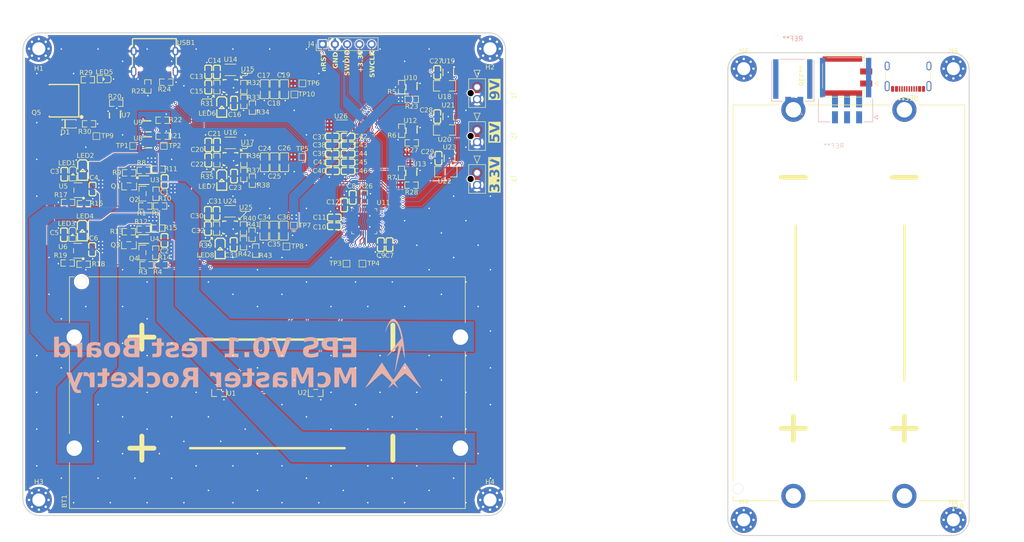
<source format=kicad_pcb>
(kicad_pcb (version 20240108) (generator "pcbnew") (generator_version "8.0")
  (layers (0 "F.Cu" signal) (1 "In1.Cu" signal) (2 "In2.Cu" signal) (31 "B.Cu" signal) (34 "B.Paste" user) (35 "F.Paste" user) (36 "B.SilkS" user "B.Silkscreen") (37 "F.SilkS" user "F.Silkscreen") (38 "B.Mask" user) (39 "F.Mask" user) (44 "Edge.Cuts" user))
  (net 0 "")
  (net 1 "CELL_1-")
  (net 2 "Net-(U3-BAT)")
  (net 3 "Net-(U4-BAT)")
  (net 4 "CELL_2-")
  (net 5 "/LM66200_1/VOUT")
  (net 6 "GND")
  (net 7 "CELL_1+")
  (net 8 "CELL_2+")
  (net 9 "Net-(LED1-C)")
  (net 10 "Net-(LED3-C)")
  (net 11 "Net-(Q1-D)")
  (net 12 "Net-(Q1-G)")
  (net 13 "Net-(Q2-G)")
  (net 14 "Net-(Q3-D)")
  (net 15 "Net-(Q3-G)")
  (net 16 "Net-(Q4-G)")
  (net 17 "+3.3V")
  (net 18 "Net-(D1-A)")
  (net 19 "Net-(LED6-A)")
  (net 20 "/LM66200_1/VIN1")
  (net 21 "Net-(U7-ST)")
  (net 22 "PA0")
  (net 23 "/LM66200_2/VOUT")
  (net 24 "/STM32L432KCUx/+3V3A")
  (net 25 "PA1")
  (net 26 "Net-(LED5-A)")
  (net 27 "/STM32L432KCUx/SWDIO")
  (net 28 "/STM32L432KCUx/SWDCLK")
  (net 29 "/STM32L432KCUx/nRST")
  (net 30 "Net-(U8-ST)")
  (net 31 "/INA199_1/IN-")
  (net 32 "Net-(U3-V-)")
  (net 33 "~{MCU_LS_1}")
  (net 34 "/INA199_2/IN-")
  (net 35 "/STM32L432KCUx/DP")
  (net 36 "Net-(U4-V-)")
  (net 37 "Net-(U5-STAT)")
  (net 38 "Net-(U5-PROG)")
  (net 39 "Net-(U6-STAT)")
  (net 40 "Net-(U6-PROG)")
  (net 41 "/INA199_3/IN-")
  (net 42 "Net-(USB1-CC1)")
  (net 43 "/STM32L432KCUx/PA8")
  (net 44 "Net-(U9-ST)")
  (net 45 "Net-(U10-ST)")
  (net 46 "Net-(U11-PH3)")
  (net 47 "Net-(U13-ST)")
  (net 48 "/STM32L432KCUx/DN")
  (net 49 "/STM32L432KCUx/I2C1_SCL")
  (net 50 "Net-(USB1-CC2)")
  (net 51 "/STM32L432KCUx/I2C1_SDA")
  (net 52 "+5V")
  (net 53 "PB0")
  (net 54 "/INA199_1/IN+")
  (net 55 "INA199_1")
  (net 56 "PB1")
  (net 63 "Net-(U12-ST)")
  (net 64 "INA199_3")
  (net 65 "~{MCU_LS_2}")
  (net 66 "~{MCU_LS_3}")
  (net 67 "INA199_2")
  (net 72 "Net-(LED7-A)")
  (net 73 "USB_+5V")
  (net 74 "Net-(U15-Vaux)")
  (net 75 "Net-(U17-Vaux)")
  (net 76 "Net-(LED6-K)")
  (net 77 "Net-(LED7-K)")
  (net 78 "Net-(U15-EN)")
  (net 79 "Net-(U15-FB)")
  (net 80 "Net-(U17-EN)")
  (net 81 "Net-(U17-FB)")
  (net 82 "Net-(U15-L1)")
  (net 83 "Net-(U15-L2)")
  (net 84 "Net-(U17-L1)")
  (net 85 "Net-(U17-L2)")
  (net 86 "/INA199_2/IN+")
  (net 87 "/INA199_3/IN+")
  (net 90 "Net-(U25-Vaux)")
  (net 91 "+9V")
  (net 92 "Net-(LED8-A)")
  (net 93 "Net-(LED8-K)")
  (net 94 "Net-(U25-EN)")
  (net 95 "Net-(R40-Pad1)")
  (net 96 "Net-(U25-FB)")
  (net 97 "Net-(U25-L2)")
  (net 98 "Net-(U25-L1)")
  (footprint "Rocketry_Easyeda:R0603" (layer "F.Cu") (at 40.264 68.58)
    (property "Reference" "R13")
    (property "Value" "2M 0603")
  )
  (footprint "Rocketry_Easyeda:C0805" (layer "F.Cu") (at 72.378 68.346 90)
    (property "Reference" "C36")
    (property "Value" "22uF 0805")
  )
  (footprint "Rocketry_Easyeda:R0603" (layer "F.Cu") (at 46.724 63.246 180)
    (property "Reference" "R2")
    (property "Value" "470k 0603")
  )
  (footprint "Rocketry_Easyeda:VQFN-HR-15_L3.0-W2.5-P0.50-BL_TPS63070RNMR" (layer "F.Cu") (at 61.292375 38.522)
    (property "Reference" "U15")
    (property "Value" "TPS63070RNMR")
  )
  (footprint "Rocketry_Easyeda:SOT-23-3_L2.9-W1.3-P1.90-LS2.4-BR" (layer "F.Cu") (at 78.95 101.9805 90)
    (property "Reference" "U2")
    (property "Value" "MCP9700AT-E/TT")
  )
  (footprint "Rocketry_Easyeda:R1206" (layer "F.Cu") (at 105.664 38.354)
    (property "Reference" "U18")
    (property "Value" "20m 1206")
  )
  (footprint "Rocketry_Manual:PA21700x2-THM_Parallel" (layer "F.Cu") (at 213.4215 124.312 180)
    (property "Reference" "BT1")
    (property "Value" "2P 21700 Cell Holder")
    (fp_circle (center 47 2.5) (end 48.1 2.5) (stroke (width 0.05)) (fill none) (layer "Edge.Cuts"))
  )
  (footprint "Rocketry_Easyeda:C0603" (layer "F.Cu") (at 85.663 56.007)
    (property "Reference" "C46")
    (property "Value" "10uF 0603")
  )
  (footprint "TestPoint:TestPoint_Pad_1.0x1.0mm" (layer "F.Cu") (at 88.646 75.184)
    (property "Reference" "TP4")
    (property "Value" "TestPoint")
  )
  (footprint "Rocketry_Easyeda:SOT-23-5_L3.0-W1.7-P0.95-LS2.8-BL" (layer "F.Cu") (at 29.718 59.976 90)
    (property "Reference" "U5")
    (property "Value" "MCP73831T-2ACI/OT")
  )
  (footprint "Rocketry_Easyeda:R0603" (layer "F.Cu") (at 96.774 38.608 90)
    (property "Reference" "R5")
    (property "Value" "100k 0603")
  )
  (footprint "Rocketry_Easyeda:R0603" (layer "F.Cu") (at 64 70.952 90)
    (property "Reference" "R42")
    (property "Value" "33k 0603")
  )
  (footprint "Rocketry_Easyeda:IND-SMD_L2.5-W2.0_MEKK2520TR47M" (layer "F.Cu") (at 61.292779 50.183 180)
    (property "Reference" "U16")
    (property "Value" "1.5uF 2.9A")
  )
  (footprint "Rocketry_Easyeda:SOT-583-8_L2.1-W1.2-P0.50-LS1.6-BL" (layer "F.Cu") (at 98.806 38.634 180)
    (property "Reference" "U10")
    (property "Value" "C3235556 (M66200DRLR)")
  )
  (footprint "Rocketry_Easyeda:SOT-23-3_L2.9-W1.3-P1.90-LS2.4-BR" (layer "F.Cu") (at 43.058 72.898)
    (property "Reference" "Q4")
    (property "Value" "AO3400A")
  )
  (footprint "Rocketry_Easyeda:R0603" (layer "F.Cu") (at 46.404446 55.618 180)
    (property "Reference" "R11")
    (property "Value" "330R 0603")
  )
  (footprint "Rocketry_Easyeda:LED0603-RD-YELLOW" (layer "F.Cu") (at 28.592446 69.174927 -90)
    (property "Reference" "LED3")
    (property "Value" "Yellow")
  )
  (footprint "Rocketry_Easyeda:R0603" (layer "F.Cu") (at 65.852779 57.987 90)
    (property "Reference" "R38")
    (property "Value" "330R 0603")
  )
  (footprint "Package_DFN_QFN:QFN-32-1EP_5x5mm_P0.5mm_EP3.45x3.45mm" (layer "F.Cu") (at 89.034 66.414)
    (property "Reference" "U11")
    (property "Value" "STM32L432KCUx")
  )
  (footprint "Rocketry_Easyeda:R0603" (layer "F.Cu") (at 32.004 46.228 180)
    (property "Reference" "R30")
    (property "Value" "0603WAF1003T5E (100k 0603)")
  )
  (footprint "Rocketry_Easyeda:R0603" (layer "F.Cu") (at 96.786 47.65 90)
    (property "Reference" "R6")
    (property "Value" "100k 0603")
  )
  (footprint "TestPoint:TestPoint_Pad_1.0x1.0mm" (layer "F.Cu") (at 76.2 53.086)
    (property "Reference" "TP5")
    (property "Value" "TestPoint")
  )
  (footprint "Rocketry_Easyeda:SC-70-6_L2.2-W1.3-P0.65-LS2.1-BR" (layer "F.Cu") (at 106.68 53.34 90)
    (property "Reference" "U23")
    (property "Value" "INA199A1DCKR")
  )
  (footprint "Rocketry_Easyeda:R0603" (layer "F.Cu") (at 58.490779 53.739 90)
    (property "Reference" "R35")
    (property "Value" "10k 0603")
  )
  (footprint "Rocketry_Easyeda:R1206" (layer "F.Cu") (at 105.918 56.134)
    (property "Reference" "U22")
    (property "Value" "20m 1206")
  )
  (footprint "Rocketry_Manual:PA21700x2-THM_Parallel" (layer "F.Cu") (at 27.95 125.918 90)
    (property "Reference" "BT1")
    (property "Value" "2P 21700 Cell Holder")
    (fp_circle (center 47 2.5) (end 48.1 2.5) (stroke (width 0.05)) (fill none) (layer "Edge.Cuts"))
  )
  (footprint "Rocketry_Manual:CON_1053091102" (layer "F.Cu") (at 112.395 56.388 -90)
    (property "Reference" "J3")
    (property "Value" "1053091102" (hide yes))
  )
  (footprint "Rocketry_Easyeda:R0603" (layer "F.Cu") (at 64.078375 38.608 90)
    (property "Reference" "R32")
    (property "Value" "470k 0603")
  )
  (footprint "MountingHole:MountingHole_2.7mm_M2.5_Pad_Via" (layer "F.Cu") (at 211.074 34.798)
    (property "Reference" "H4")
    (property "Value" "MountingHole_Pad")
  )
  (footprint "Rocketry_Easyeda:C0603" (layer "F.Cu") (at 47.674446 58.158 90)
    (property "Reference" "C1")
    (property "Value" "100nF 0603")
  )
  (footprint "Rocketry_Easyeda:R0603" (layer "F.Cu") (at 47.244 45.466)
    (property "Reference" "R22")
    (property "Value" "100k 0603")
  )
  (footprint "Rocketry_Easyeda:SOT-583-8_L2.1-W1.2-P0.50-LS1.6-BL" (layer "F.Cu") (at 98.766 56.388 180)
    (property "Reference" "U13")
    (property "Value" "C3235556 (M66200DRLR)")
  )
  (footprint "Rocketry_Easyeda:LED0805-R-RD" (layer "F.Cu") (at 59.17 72.14 -90)
    (property "Reference" "LED8")
    (property "Value" "0805G (Green)")
  )
  (footprint "Rocketry_Easyeda:C0805" (layer "F.Cu") (at 70.424779 54.181 90)
    (property "Reference" "C25")
    (property "Value" "22uF 0805")
  )
  (footprint "Rocketry_Easyeda:C0603" (layer "F.Cu") (at 58.486375 35.478 -90)
    (property "Reference" "C14")
    (property "Value" "10uF 0603")
  )
  (footprint "Rocketry_Easyeda:C0603" (layer "F.Cu") (at 85.663 50.673)
    (property "Reference" "C43")
    (property "Value" "10uF 0603")
  )
  (footprint "Rocketry_Easyeda:R0603" (layer "F.Cu") (at 43.942 75.438 180)
    (property "Reference" "R3")
    (property "Value" "470k 0603")
  )
  (footprint "Rocketry_Easyeda:C0603" (layer "F.Cu") (at 82.818 65.652)
    (property "Reference" "C11")
    (property "Value" "100nF 0603")
  )
  (footprint "Rocketry_Easyeda:R0603" (layer "F.Cu") (at 89.033 61.456 -90)
    (property "Reference" "R26")
    (property "Value" "5.1k 0603")
  )
  (footprint "Rocketry_Easyeda:R0603" (layer "F.Cu") (at 58.412 67.904 90)
    (property "Reference" "R39")
    (property "Value" "10k 0603")
  )
  (footprint "Rocketry_Easyeda:R0603" (layer "F.Cu") (at 27.652 62.516)
    (property "Reference" "R17")
    (property "Value" "2k 0603")
  )
  (footprint "TestPoint:TestPoint_Pad_1.0x1.0mm" (layer "F.Cu") (at 41.148 50.8)
    (property "Reference" "TP1")
    (property "Value" "TestPoint")
  )
  (footprint "Rocketry_Easyeda:C0603" (layer "F.Cu") (at 56.63 64.774 -90)
    (property "Reference" "C30")
    (property "Value" "10uF 0603")
  )
  (footprint "Rocketry_Easyeda:R0603" (layer "F.Cu") (at 98.846 41.148 180)
    (property "Reference" "R23")
    (property "Value" "100k 0603")
  )
  (footprint "Rocketry_Easyeda:C0603" (layer "F.Cu") (at 104.394 53.34 90)
    (property "Reference" "C29")
    (property "Value" "100nF 0603")
  )
  (footprint "Rocketry_Easyeda:C0603" (layer "F.Cu") (at 84.846 63.05 -90)
    (property "Reference" "C12")
    (property "Value" "4.7uF 0603")
  )
  (footprint "Rocketry_Easyeda:SOD-123_L2.8-W1.8-LS3.7-RD" (layer "F.Cu") (at 27.94 46.228)
    (property "Reference" "D1")
    (property "Value" "BZT52C11-7-F")
  )
  (footprint "Rocketry_Manual:CON_1053091102" (layer "F.Cu") (at 112.395 38.608 -90)
    (property "Reference" "J1")
    (property "Value" "1053091102" (hide yes))
  )
  (footprint "Rocketry_Easyeda:SOT-23-3_L2.9-W1.3-P1.90-LS2.4-BR" (layer "F.Cu") (at 43.102446 60.698)
    (property "Reference" "Q2")
    (property "Value" "AO3400A")
  )
  (footprint "Rocketry_Easyeda:C0603" (layer "F.Cu") (at 62.046375 41.91 90)
    (property "Reference" "C16")
    (property "Value" "100nF 0603")
  )
  (footprint "Rocketry_Easyeda:R0603" (layer "F.Cu") (at 43.312 68.072)
    (property "Reference" "R12")
    (property "Value" "2.2k 0603")
  )
  (footprint "Rocketry_Easyeda:C0603" (layer "F.Cu") (at 58.486779 50.609 -90)
    (property "Reference" "C21")
    (property "Value" "10uF 0603")
  )
  (footprint "Rocketry_Easyeda:C0603" (layer "F.Cu") (at 26.89 56.674 -90)
    (property "Reference" "C3")
    (property "Value" "4.7uF 0603")
  )
  (footprint "MountingHole:MountingHole_2.7mm_M2.5_Pad_Via" (layer "F.Cu") (at 21.6 30.668)
    (property "Reference" "H1")
    (property "Value" "MountingHole_Pad")
  )
  (footprint "Rocketry_Easyeda:C0603" (layer "F.Cu") (at 56.708375 35.478 -90)
    (property "Reference" "C13")
    (property "Value" "10uF 0603")
  )
  (footprint "Rocketry_Manual:1054301102" (layer "F.Cu") (at 189.23 36.322 90)
    (property "Reference" "REF**")
    (property "Value" "MOLEX_1054301102")
  )
  (footprint "Rocketry_Easyeda:R0603" (layer "F.Cu") (at 64.078779 53.739 90)
    (property "Reference" "R36")
    (property "Value" "680k 0603")
  )
  (footprint "Rocketry_Easyeda:C0805" (layer "F.Cu") (at 68.314 68.346 90)
    (property "Reference" "C34")
    (property "Value" "22uF 0805")
  )
  (footprint "Rocketry_Easyeda:LED0603-RD-YELLOW" (layer "F.Cu") (at 28.668 56.636 -90)
    (property "Reference" "LED1")
    (property "Value" "Yellow")
  )
  (footprint "Rocketry_Easyeda:R0603" (layer "F.Cu") (at 98.858 50.17 180)
    (property "Reference" "R27")
    (property "Value" "100k 0603")
  )
  (footprint "Rocketry_Easyeda:C0603" (layer "F.Cu") (at 56.708779 50.609 -90)
    (property "Reference" "C20")
    (property "Value" "10uF 0603")
  )
  (footprint "Rocketry_Easyeda:VQFN-HR-15_L3.0-W2.5-P0.50-BL_TPS63070RNMR" (layer "F.Cu") (at 61.292779 53.653)
    (property "Reference" "U17")
    (property "Value" "TPS63070RNMR")
  )
  (footprint "Rocketry_Easyeda:R0603" (layer "F.Cu") (at 30.954 62.77)
    (property "Reference" "R16")
    (property "Value" "330R 0603")
  )
  (footprint "Rocketry_Easyeda:R0603" (layer "F.Cu") (at 64.078375 41.656 90)
    (property "Reference" "R33")
    (property "Value" "150k 0603")
  )
  (footprint "Rocketry_Easyeda:LED0805-R-RD" (layer "F.Cu") (at 30.624446 68.450927 -90)
    (property "Reference" "LED4")
    (property "Value" "Green")
  )
  (footprint "Rocketry_Easyeda:SOT-583-8_L2.1-W1.2-P0.50-LS1.6-BL" (layer "F.Cu") (at 98.818 47.63 180)
    (property "Reference" "U12")
    (property "Value" "C3235556 (M66200DRLR)")
  )
  (footprint "TestPoint:TestPoint_Pad_1.0x1.0mm" (layer "F.Cu") (at 74.422 67.31)
    (property "Reference" "TP7")
    (property "Value" "TestPoint")
  )
  (footprint "Rocketry_Easyeda:C0805" (layer "F.Cu") (at 72.456375 39.05 90)
    (property "Reference" "C19")
    (property "Value" "22uF 0805")
  )
  (footprint "Rocketry_Easyeda:R0603" (layer "F.Cu") (at 58.490375 38.608 90)
    (property "Reference" "R31")
    (property "Value" "10k 0603")
  )
  (footprint "Rocketry_Easyeda:R0603" (layer "F.Cu") (at 46.99 75.438 180)
    (property "Reference" "R4")
    (property "Value" "470k 0603")
  )
  (footprint "Rocketry_Easyeda:SOT-583-8_L2.1-W1.2-P0.50-LS1.6-BL" (layer "F.Cu") (at 44.45 50.042 -90)
    (property "Reference" "U8")
    (property "Value" "C3235556 (M66200DRLR)")
  )
  (footprint "Rocketry_Easyeda:IND-SMD_L2.5-W2.0_MEKK2520TR47M" (layer "F.Cu") (at 84.393 46.609 180)
    (property "Reference" "U26")
    (property "Value" "1.5uF 2.9A")
  )
  (footprint "Rocketry_Easyeda:R0603" (layer "F.Cu") (at 45.896446 60.698 -90)
    (property "Reference" "R10")
    (property "Value" "2M 0603")
  )
  (footprint "Rocketry_Easyeda:R0603" (layer "F.Cu") (at 98.806 58.928 180)
    (property "Reference" "R28")
    (property "Value" "100k 0603")
  )
  (footprint "TestPoint:TestPoint_Pad_1.0x1.0mm" (layer "F.Cu") (at 47.498 50.8)
    (property "Reference" "TP2")
    (property "Value" "TestPoint")
  )
  (footprint "Rocketry_Easyeda:C0603" (layer "F.Cu") (at 32.732 59.722 90)
    (property "Reference" "C4")
    (property "Value" "4.7uF 0603")
  )
  (footprint "Rocketry_Easyeda:R0603" (layer "F.Cu") (at 64 67.904 90)
    (property "Reference" "R40")
    (property "Value" "300k 0603")
  )
  (footprint "Rocketry_Easyeda:C0603" (layer "F.Cu") (at 82.423 50.673)
    (property "Reference" "C38")
    (property "Value" "10uF 0603")
  )
  (footprint "Rocketry_Easyeda:WSON-6_L1.5-W1.5-P0.50-TL" (layer "F.Cu") (at 43.312 70.104)
    (property "Reference" "U4")
    (property "Value" "BQ29700DSER")
  )
  (footprint "Rocketry_Easyeda:C0603" (layer "F.Cu") (at 62.046779 57.041 90)
    (property "Reference" "C23")
    (property "Value" "100nF 0603")
  )
  (footprint "Rocketry_Easyeda:R0603" (layer "F.Cu") (at 37.6414 41.938502 180)
    (property "Reference" "R20")
    (property "Value" "100k 0603")
  )
  (footprint "Rocketry_Easyeda:LED0603-RD" (layer "F.Cu") (at 35.09 36.957 180)
    (property "Reference" "LED5")
    (property "Value" "KT-0603R (RED)")
  )
  (footprint "Rocketry_Easyeda:TO-252-2_L6.6-W6.1-P4.57-LS10.1-BL" (layer "F.Cu") (at 28.702 41.402 90)
    (property "Reference" "Q5")
    (property "Value" "AP25P06K")
  )
  (footprint "Rocketry_Easyeda:R0603" (layer "F.Cu") (at 46.36 67.818 180)
    (property "Reference" "R15")
    (property "Value" "330R 0603")
  )
  (footprint "Rocketry_Easyeda:C0603" (layer "F.Cu") (at 86.614 61.468 -90)
    (property "Reference" "C8")
    (property "Value" "100nF 0603")
  )
  (footprint "Rocketry_Easyeda:IND-SMD_L2.5-W2.0_MEKK2520TR47M" (layer "F.Cu") (at 61.292375 35.052 180)
    (property "Reference" "U14")
    (property "Value" "1.5uF 2.9A")
  )
  (footprint "TestPoint:TestPoint_Pad_1.0x1.0mm" (layer "F.Cu") (at 74.549 40.132 180)
    (property "Reference" "TP10")
    (property "Value" "TestPoint")
  )
  (footprint "Rocketry_Easyeda:C0805" (layer "F.Cu") (at 70.424375 39.05 90)
    (property "Reference" "C18")
    (property "Value" "22uF 0805")
  )
  (footprint "Rocketry_Easyeda:C0603" (layer "F.Cu") (at 92.47 71.24 90)
    (property "Reference" "C9")
    (property "Value" "100nF 0603")
  )
  (footprint "MountingHole:MountingHole_2.7mm_M2.5_Pad_Via" (layer "F.Cu") (at 211.074 128.27)
    (property "Reference" "H4")
    (property "Value" "MountingHole_Pad")
  )
  (footprint "Rocketry_Easyeda:R0603" (layer "F.Cu") (at 44.196 38.481 -90)
    (property "Reference" "R25")
    (property "Value" "5.1k 0603")
  )
  (footprint "Rocketry_Easyeda:R0603" (layer "F.Cu") (at 66.536 72.476 90)
    (property "Reference" "R43")
    (property "Value" "330R 0603")
  )
  (footprint "Rocketry_Easyeda:C0603" (layer "F.Cu") (at 26.814446 69.212927 -90)
    (property "Reference" "C5")
    (property "Value" "4.7uF 0603")
  )
  (footprint "Rocketry_Easyeda:C0603" (layer "F.Cu") (at 47.63 70.358 90)
    (property "Reference" "C2")
    (property "Value" "100nF 0603")
  )
  (footprint "MountingHole:MountingHole_2.7mm_M2.5_Pad_Via" (layer "F.Cu") (at 167.64 34.798)
    (property "Reference" "H4")
    (property "Value" "MountingHole_Pad")
  )
  (footprint "Rocketry_Easyeda:C0603" (layer "F.Cu") (at 56.634 67.904 90)
    (property "Reference" "C32")
    (property "Value" "10uF 0603")
  )
  (footprint "Rocketry_Easyeda:SOT-23-3_L2.9-W1.3-P1.90-LS2.4-BR" (layer "F.Cu") (at 40.308446 59.174 90)
    (property "Reference" "Q1")
    (property "Value" "AO3400A")
  )
  (footprint "Rocketry_Easyeda:SOT-583-8_L2.1-W1.2-P0.50-LS1.6-BL" (layer "F.Cu") (at 44.318 46.748 -90)
    (property "Reference" "U9")
    (property "Value" "C3235556 (M66200DRLR)")
  )
  (footprint "Rocketry_Easyeda:R0603" (layer "F.Cu") (at 30.878446 75.308927)
    (property "Reference" "R18")
    (property "Value" "330R 0603")
  )
  (footprint "Rocketry_Easyeda:R0603" (layer "F.Cu") (at 45.852 72.898 -90)
    (property "Reference" "R14")
    (property "Value" "2M 0603")
  )
  (footprint "Rocketry_Easyeda:SC-70-6_L2.2-W1.3-P0.65-LS2.1-BR" (layer "F.Cu") (at 106.426 35.56 90)
    (property "Reference" "U19")
    (property "Value" "INA199A1DCKR")
  )
  (footprint "Rocketry_Easyeda:C0805" (layer "F.Cu") (at 68.392779 54.181 90)
    (property "Reference" "C24")
    (property "Value" "22uF 0805")
  )
  (footprint "Rocketry_Easyeda:C0603" (layer "F.Cu") (at 32.656446 72.260927 90)
    (property "Reference" "C6")
    (property "Value" "4.7uF 0603")
  )
  (footprint "Rocketry_Easyeda:R0603" (layer "F.Cu") (at 64.078779 56.787 90)
    (property "Reference" "R37")
    (property "Value" "130k 0603")
  )
  (footprint "Rocketry_Easyeda:C0603" (layer "F.Cu") (at 85.663 54.229)
    (property "Reference" "C45")
    (property "Value" "10uF 0603")
  )
  (footprint "Rocketry_Easyeda:C0603" (layer "F.Cu") (at 104.14 44.704 90)
    (property "Reference" "C28")
    (property "Value" "100nF 0603")
  )
  (footprint "MountingHole:MountingHole_2.7mm_M2.5_Pad_Via" (layer "F.Cu") (at 167.64 128.27)
    (property "Reference" "H4")
    (property "Value" "MountingHole_Pad")
  )
  (footprint "TestPoint:TestPoint_Pad_1.0x1.0mm" (layer "F.Cu") (at 76.2 37.846)
    (property "Reference" "TP6")
    (property "Value" "TestPoint")
  )
  (footprint "TestPoint:TestPoint_Pad_1.0x1.0mm" (layer "F.Cu") (at 72.898 71.628)
    (property "Reference" "TP8")
    (property "Value" "TestPoint")
  )
  (footprint "Rocketry_Easyeda:C0805" (layer "F.Cu") (at 68.392375 39.05 90)
    (property "Reference" "C17")
    (property "Value" "22uF 0805")
  )
  (footprint "Rocketry_Easyeda:LED0805-R-RD" (layer "F.Cu") (at 59.502779 57.975 -90)
    (property "Reference" "LED7")
    (property "Value" "0805G (Green)")
  )
  (footprint "Rocketry_Easyeda:VQFN-HR-15_L3.0-W2.5-P0.50-BL_TPS63070RNMR" (layer "F.Cu") (at 61.214 67.818)
    (property "Reference" "U25")
    (property "Value" "TPS63070RNMR")
  )
  (footprint "Rocketry_Easyeda:R0603" (layer "F.Cu") (at 40.308446 56.38)
    (property "Reference" "R9")
    (property "Value" "2M 0603")
  )
  (footprint "Rocketry_Easyeda:SOT-583-8_L2.1-W1.2-P0.50-LS1.6-BL" (layer "F.Cu") (at 37.3754 44.478502 180)
    (property "Reference" "U7")
    (property "Value" "C3235556 (M66200DRLR)")
  )
  (footprint "Rocketry_Easyeda:C0603" (layer "F.Cu") (at 82.818 67.43)
    (property "Reference" "C10")
    (property "Value" "10nF 0603")
  )
  (footprint "Rocketry_Easyeda:WSON-6_L1.5-W1.5-P0.50-TL" (layer "F.Cu") (at 43.356446 57.904)
    (property "Reference" "U3")
    (property "Value" "BQ29700DSER")
  )
  (footprint "Rocketry_Easyeda:R0603" (layer "F.Cu") (at 43.676 63.246 180)
    (property "Reference" "R1")
    (property "Value" "470k 0603")
  )
  (footprint "Rocketry_Easyeda:R0603" (layer "F.Cu") (at 31.762 37.084 180)
    (property "Reference" "R29")
    (property "Value" "0603WAF1001T5E (1k 0603)")
  )
  (footprint "Rocketry_Easyeda:C0603" (layer "F.Cu") (at 104.14 35.56 90)
    (property "Reference" "C27")
    (property "Value" "100nF 0603")
  )
  (footprint "MountingHole:MountingHole_2.7mm_M2.5_Pad_Via" (layer "F.Cu") (at 115.072 30.668)
    (property "Reference" "H2")
    (property "Value" "MountingHole_Pad")
  )
  (footprint "Rocketry_Easyeda:C0603" (layer "F.Cu") (at 82.423 48.869)
    (property "Reference" "C37")
    (property "Value" "10uF 0603")
  )
  (footprint "Rocketry_Easyeda:IND-SMD_L2.5-W2.0_MEKK2520TR47M" (layer "F.Cu") (at 61.214 64.348 180)
    (property "Reference" "U24")
    (property "Value" "1.5uF 2.9A")
  )
  (footprint "Rocketry_Easyeda:C0603" (layer "F.Cu") (at 94.248 71.24 90)
    (property "Reference" "C7")
    (property "Value" "4.7uF 0603")
  )
  (footprint "Rocketry_Easyeda:USB-C-SMD_TYPE-C-6PIN-2MD-073" (layer "F.Cu") (at 45.572652 33.542652 180)
    (property "Reference" "USB1")
    (property "Value" "TYPE-C 16PIN 2MD(073)")
  )
  (footprint "MountingHole:MountingHole_2.7mm_M2.5_Pad_Via" (layer "F.Cu") (at 115.072 124.14)
    (property "Reference" "H4")
    (property "Value" "MountingHole_Pad")
  )
  (footprint "Rocketry_Easyeda:LED0805-R-RD" (layer "F.Cu") (at 59.502375 42.844 -90)
    (property "Reference" "LED6")
    (property "Value" "0805G (Green)")
  )
  (footprint "Rocketry_Easyeda:R0603" (layer "F.Cu") (at 48.006 37.592)
    (property "Reference" "R24")
    (property "Value" "5.1k 0603")
  )
  (footprint "Rocketry_Easyeda:C0603" (layer "F.Cu") (at 82.423 52.451)
    (property "Reference" "C39")
    (property "Value" "10uF 0603")
  )
  (footprint "Rocketry_Easyeda:C0603" (layer "F.Cu") (at 61.968 71.206 90)
    (property "Reference" "C33")
    (property "Value" "100nF 0603")
  )
  (footprint "Connector_USB:USB_C_Receptacle_GCT_USB4105-xx-A_16P_TopMnt_Horizontal" (layer "F.Cu") (at 201.676 35.306 180)
    (property "Reference" "REF**")
    (property "Value" "USB_C_Receptacle_GCT_USB4105-xx-A_16P_TopMnt_Horizontal")
  )
  (footprint "Rocketry_Easyeda:R1206" (layer "F.Cu") (at 105.664 47.498)
    (property "Reference" "U20")
    (property "Value" "20m 1206")
  )
  (footprint "TestPoint:TestPoint_Pad_1.0x1.0mm" (layer "F.Cu") (at 85.344 75.184)
    (property "Reference" "TP3")
    (property "Value" "TestPoint")
  )
  (footprint "Rocketry_Easyeda:R0603" (layer "F.Cu") (at 47.244 48.768)
    (property "Reference" "R21")
    (property "Value" "100k 0603")
  )
  (footprint "Rocketry_Easyeda:R0603" (layer "F.Cu") (at 96.734 56.388 90)
    (property "Reference" "R7")
    (property "Value" "100k 0603")
  )
  (footprint "Rocketry_Easyeda:SC-70-6_L2.2-W1.3-P0.65-LS2.1-BR" (layer "F.Cu") (at 106.426 44.704 90)
    (property "Reference" "U21")
    (property "Value" "INA199A1DCKR")
  )
  (footprint "Rocketry_Easyeda:LED0805-R-RD" (layer "F.Cu") (at 30.7 55.912 -90)
    (property "Reference" "LED2")
    (property "Value" "Green")
  )
  (footprint "MountingHole:MountingHole_2.7mm_M2.5_Pad_Via" (layer "F.Cu") (at 21.6 124.14)
    (property "Reference" "H3")
    (property "Value" "MountingHole_Pad")
  )
  (footprint "Rocketry_Easyeda:C0603" (layer "F.Cu") (at 85.663 48.882)
    (property "Reference" "C42")
    (property "Value" "10uF 0603")
  )
  (footprint "Rocketry_Easyeda:R0603" (layer "F.Cu") (at 65.852375 42.856 90)
    (property "Reference" "R34")
    (property "Value" "330R 0603")
  )
  (footprint "Rocketry_Easyeda:R0603" (layer "F.Cu") (at 43.356446 55.872)
    (property "Reference" "R8")
    (property "Value" "2.2k 0603")
  )
  (footprint "Rocketry_Easyeda:R0603" (layer "F.Cu") (at 27.576446 75.054927)
    (property "Reference" "R19")
    (property "Value" "2k 0603")
  )
  (footprint "Rocketry_Manual:CON_1053091102" (layer "F.Cu") (at 112.395 47.498 -90)
    (property "Reference" "J2")
    (property "Value" "1053091102" (hide yes))
  )
  (footprint "TestPoint:TestPoint_Pad_1.0x1.0mm" (layer "F.Cu") (at 33.528 48.768)
    (property "Reference" "TP9")
    (property "Value" "TestPoint")
  )
  (footprint "Rocketry_Easyeda:SOT-23-5_L3.0-W1.7-P0.95-LS2.8-BL" (layer "F.Cu") (at 29.642446 72.514927 90)
    (property "Reference" "U6")
    (property "Value" "MCP73831T-2ACI/OT")
  )
  (footprint "Rocketry_Easyeda:R0603" (layer "F.Cu") (at 65.778 69.174 90)
    (property "Reference" "R41")
    (property "Value" "33k 0603")
  )
  (footprint "Rocketry_Easyeda:C0805" (layer "F.Cu") (at 72.456779 54.181 90)
    (property "Reference" "C26")
    (property "Value" "22uF 0805")
  )
  (footprint "Rocketry_Easyeda:C0805" (layer "F.Cu") (at 70.346 68.346 90)
    (property "Reference" "C35")
    (property "Value" "22uF 0805")
  )
  (footprint "Rocketry_Easyeda:SOT-23-3_L2.9-W1.3-P1.90-LS2.4-BR" (layer "F.Cu") (at 40.264 71.374 90)
    (property "Reference" "Q3")
    (property "Value" "AO3400A")
  )
  (footprint "Rocketry_Easyeda:C0603" (layer "F.Cu") (at 82.488 56.007)
    (property "Reference" "C40")
    (property "Value" "10uF 0603")
  )
  (footprint "Connector_PinHeader_2.54mm:PinHeader_1x05_P2.54mm_Vertical" (layer "F.Cu") (at 80.391 29.718 90)
    (property "Reference" "J4")
    (property "Value" "Conn_01x05_Pin")
  )
  (footprint "Rocketry_Easyeda:C0603" (layer "F.Cu") (at 58.408 64.774 -90)
    (property "Reference" "C31")
    (property "Value" "10uF 0603")
  )
  (footprint "Rocketry_Easyeda:C0603" (layer "F.Cu") (at 85.663 52.451)
    (property "Reference" "C44")
    (property "Value" "10uF 0603")
  )
  (footprint "Rocketry_Easyeda:C0603" (layer "F.Cu") (at 56.712375 38.608 90)
    (property "Reference" "C15")
    (property "Value" "10uF 0603")
  )
  (footprint "Rocketry_Easyeda:SOT-23-3_L2.9-W1.3-P1.90-LS2.4-BR" (layer "F.Cu") (at 58.95 101.9805 90)
    (property "Reference" "U1")
    (property "Value" "MCP9700AT-E/TT")
  )
  (footprint "Rocketry_Easyeda:C0603" (layer "F.Cu") (at 56.712779 53.739 90)
    (property "Reference" "C22")
    (property "Value" "10uF 0603")
  )
  (footprint "Rocketry_Easyeda:C0603" (layer "F.Cu") (at 82.426 54.229)
    (property "Reference" "C41")
    (property "Value" "10uF 0603")
  )
  (footprint "Rocketry_Manual:RocketryLogo" (layer "B.Cu") (at 94.996 93.98 180)
    (property "Reference" "G***" (hide yes))
    (property "Value" "LOGO" (hide yes))
  )
  (footprint "Rocketry_Manual:1054301102" (layer "B.Cu") (at 177.8 38.1 180)
    (property "Reference" "REF**")
    (property "Value" "MOLEX_1054301102")
  )
  (footprint "Rocketry_Manual:1054051106" (layer "B.Cu") (at 188.74 38.44415)
    (property "Reference" "REF**")
    (property "Value" "MOLEX_1054051106")
  )
  (gr_line (start 63.824727 35.728564) (end 65.602727 35.728564) (stroke (width 0.15)) (layer "F.SilkS"))
  (gr_line (start 64.840727 35.982564) (end 64.586727 36.236564) (stroke (width 0.15)) (layer "F.SilkS"))
  (gr_poly (pts (xy 57.978779 55.943) (xy 57.470779 55.435) (xy 57.978779 55.435)) (stroke (width 0.1)) (fill solid) (layer "F.SilkS"))
  (gr_line (start 64.836779 50.863) (end 64.836779 51.117) (stroke (width 0.15)) (layer "F.SilkS"))
  (gr_poly (pts (xy 63.316727 36.236564) (xy 63.824727 36.744564) (xy 63.316727 36.744564)) (stroke (width 0.1)) (fill solid) (layer "F.SilkS"))
  (gr_line (start 57.218447 41.064521) (end 57.726447 40.556521) (stroke (width 0.15)) (layer "F.SilkS"))
  (gr_line (start 65.598779 50.863) (end 65.852779 50.609) (stroke (width 0.15)) (layer "F.SilkS"))
  (gr_poly (pts (xy 63.312779 51.371) (xy 63.820779 51.879) (xy 63.312779 51.879)) (stroke (width 0.1)) (fill solid) (layer "F.SilkS"))
  (gr_line (start 56.884 70.507) (end 57.392 69.999) (stroke (width 0.15)) (layer "F.SilkS"))
  (gr_line (start 64.836779 51.117) (end 64.582779 51.371) (stroke (width 0.15)) (layer "F.SilkS"))
  (gr_line (start 63.820779 51.371) (end 63.566779 51.625) (stroke (width 0.15)) (layer "F.SilkS"))
  (gr_line (start 64.586727 36.236564) (end 63.824727 36.236564) (stroke (width 0.15)) (layer "F.SilkS"))
  (gr_poly (pts (xy 62.98 65.618) (xy 63.488 66.126) (xy 62.98 66.126)) (stroke (width 0.1)) (fill solid) (layer "F.SilkS"))
  (gr_line (start 56.884 70.507) (end 57.138 70.761) (stroke (width 0.15)) (layer "F.SilkS"))
  (gr_line (start 63.488 64.348) (end 65.266 64.348) (stroke (width 0.15)) (layer "F.SilkS"))
  (gr_line (start 55.567447 41.064521) (end 55.313447 41.318521) (stroke (width 0.15)) (layer "F.SilkS"))
  (gr_line (start 63.824727 35.728564) (end 63.570727 35.474564) (stroke (width 0.15)) (layer "F.SilkS"))
  (gr_line (start 57.216779 56.197) (end 57.724779 55.689) (stroke (width 0.15)) (layer "F.SilkS"))
  (gr_line (start 55.233 70.507) (end 54.979 70.761) (stroke (width 0.15)) (layer "F.SilkS"))
  (gr_line (start 64.840727 35.728564) (end 64.840727 35.982564) (stroke (width 0.15)) (layer "F.SilkS"))
  (gr_line (start 57.218447 41.064521) (end 57.472447 41.318521) (stroke (width 0.15)) (layer "F.SilkS"))
  (gr_line (start 57.218447 41.064521) (end 55.567447 41.064521) (stroke (width 0.15)) (layer "F.SilkS"))
  (gr_line (start 55.565779 56.197) (end 55.311779 56.451) (stroke (width 0.15)) (layer "F.SilkS"))
  (gr_line (start 56.884 70.507) (end 55.233 70.507) (stroke (width 0.15)) (layer "F.SilkS"))
  (gr_line (start 63.820779 50.863) (end 63.566779 50.609) (stroke (width 0.15)) (layer "F.SilkS"))
  (gr_line (start 64.582779 51.371) (end 63.820779 51.371) (stroke (width 0.15)) (layer "F.SilkS"))
  (gr_line (start 57.216779 56.197) (end 55.565779 56.197) (stroke (width 0.15)) (layer "F.SilkS"))
  (gr_line (start 64.504 64.602) (end 63.234 65.872) (stroke (width 0.15)) (layer "F.SilkS"))
  (gr_poly (pts (xy 57.980447 40.810521) (xy 57.472447 40.302521) (xy 57.980447 40.302521)) (stroke (width 0.1)) (fill solid) (layer "F.SilkS"))
  (gr_line (start 57.216779 56.197) (end 57.470779 56.451) (stroke (width 0.15)) (layer "F.SilkS"))
  (gr_line (start 63.820779 50.863) (end 65.598779 50.863) (stroke (width 0.15)) (layer "F.SilkS"))
  (gr_poly (pts (xy 57.646 70.253) (xy 57.138 69.745) (xy 57.646 69.745)) (stroke (width 0.1)) (fill solid) (layer "F.SilkS"))
  (gr_line (start 65.266 64.348) (end 65.52 64.094) (stroke (width 0.15)) (layer "F.SilkS"))
  (gr_line (start 63.824727 36.236564) (end 63.570727 36.490564) (stroke (width 0.15)) (layer "F.SilkS"))
  (gr_line (start 63.488 64.348) (end 63.234 64.094) (stroke (width 0.15)) (layer "F.SilkS"))
  (gr_line (start 64.504 64.348) (end 64.504 64.602) (stroke (width 0.15)) (layer "F.SilkS"))
  (gr_line (start 65.602727 35.728564) (end 65.856727 35.474564) (stroke (width 0.15)) (layer "F.SilkS"))
  (gr_line (start 21.798 27.366) (end 114.798 27.366) (stroke (width 0.2)) (layer "Edge.Cuts"))
  (gr_line (start 114.798 127.366) (end 21.798 127.366) (stroke (width 0.2)) (layer "Edge.Cuts"))
  (gr_arc (start 114.798 27.366) (mid 117.272874 28.391126) (end 118.298 30.866) (stroke (width 0.2)) (layer "Edge.Cuts"))
  (gr_line (start 164.338 127.996) (end 164.338 34.996) (stroke (width 0.2)) (layer "Edge.Cuts"))
  (gr_arc (start 210.838 31.496) (mid 213.312874 32.521126) (end 214.338 34.996) (stroke (width 0.2)) (layer "Edge.Cuts"))
  (gr_line (start 210.838 131.496) (end 167.838 131.496) (stroke (width 0.2)) (layer "Edge.Cuts"))
  (gr_line (start 18.298 123.866) (end 18.298 30.866) (stroke (width 0.2)) (layer "Edge.Cuts"))
  (gr_arc (start 18.298 30.866) (mid 19.323126 28.391126) (end 21.798 27.366) (stroke (width 0.2)) (layer "Edge.Cuts"))
  (gr_arc (start 21.798 127.366) (mid 19.323126 126.340874) (end 18.298 123.866) (stroke (width 0.2)) (layer "Edge.Cuts"))
  (gr_arc (start 167.838 131.496) (mid 165.363126 130.470874) (end 164.338 127.996) (stroke (width 0.2)) (layer "Edge.Cuts"))
  (gr_arc (start 164.338 34.996) (mid 165.363126 32.521126) (end 167.838 31.496) (stroke (width 0.2)) (layer "Edge.Cuts"))
  (gr_arc (start 214.338 127.996) (mid 213.312874 130.470874) (end 210.838 131.496) (stroke (width 0.2)) (layer "Edge.Cuts"))
  (gr_line (start 167.838 31.496) (end 210.838 31.496) (stroke (width 0.2)) (layer "Edge.Cuts"))
  (gr_line (start 214.338 34.996) (end 214.338 127.996) (stroke (width 0.2)) (layer "Edge.Cuts"))
  (gr_arc (start 118.298 123.866) (mid 117.272874 126.340874) (end 114.798 127.366) (stroke (width 0.2)) (layer "Edge.Cuts"))
  (gr_line (start 118.298 30.866) (end 118.298 123.866) (stroke (width 0.2)) (layer "Edge.Cuts"))
  (gr_text "McMaster Rocketry" (at 87.884 101.4735 -0) (layer "B.SilkS") (effects (font (size 4 4) (thickness 0.3) (bold yes)) (justify left bottom mirror)))
  (gr_text "EPS V0.1 Test Board" (at 87.884 95.25 -0) (layer "B.SilkS") (effects (font (size 4 4) (thickness 0.25) (bold yes)) (justify left bottom mirror)))
  (gr_text "5V" (at 117.348 50.118703 90) (layer "F.SilkS" knockout) (effects (font (size 2 2) (thickness 0.3) (bold yes)) (justify left bottom)))
  (gr_text "GND" (at 83.693 34.791234 90) (layer "F.SilkS") (effects (font (size 1 1) (thickness 0.3) (bold yes)) (justify left bottom)))
  (gr_text "9V" (at 117.348 41.217957 90) (layer "F.SilkS" knockout) (effects (font (size 2 2) (thickness 0.3) (bold yes)) (justify left bottom)))
  (gr_text "+3.3V" (at 88.9 35.586489 90) (layer "F.SilkS") (effects (font (size 1 1) (thickness 0.3) (bold yes)) (justify left bottom)))
  (gr_text "3.3V" (at 117.348 60.452 90) (layer "F.SilkS" knockout) (effects (font (size 2 2) (thickness 0.3) (bold yes)) (justify left bottom)))
  (gr_text "SWDIO" (at 86.106 36.272323 90) (layer "F.SilkS") (effects (font (size 1 1) (thickness 0.3) (bold yes)) (justify left bottom)))
  (gr_text "nRST" (at 81.233719 35.411611 90) (layer "F.SilkS") (effects (font (size 1 1) (thickness 0.3) (bold yes)) (justify left bottom)))
  (gr_text "SWCLK" (at 91.313 36.659203 90) (layer "F.SilkS") (effects (font (size 1 1) (thickness 0.3) (bold yes)) (justify left bottom)))
  (via (at 49.784 59.69) (size 0.6) (drill 0.3) (layers "F.Cu" "B.Cu") (net 1))
  (via (at 49.784 58.928) (size 0.6) (drill 0.3) (layers "F.Cu" "B.Cu") (net 1))
  (via (at 49.784 60.452) (size 0.6) (drill 0.3) (layers "F.Cu" "B.Cu") (net 1))
  (via (at 49.022 59.69) (size 0.6) (drill 0.3) (layers "F.Cu" "B.Cu") (net 1))
  (via (at 49.022 58.928) (size 0.6) (drill 0.3) (layers "F.Cu" "B.Cu") (net 1))
  (via (at 49.022 60.452) (size 0.6) (drill 0.3) (layers "F.Cu" "B.Cu") (net 1))
  (via (at 49.022 73.406) (size 0.6) (drill 0.3) (layers "F.Cu" "B.Cu") (net 4))
  (via (at 49.022 71.882) (size 0.6) (drill 0.3) (layers "F.Cu" "B.Cu") (net 4))
  (via (at 49.022 72.644) (size 0.6) (drill 0.3) (layers "F.Cu" "B.Cu") (net 4))
  (via (at 49.022 74.168) (size 0.6) (drill 0.3) (layers "F.Cu" "B.Cu") (net 4))
  (via (at 49.022 71.12) (size 0.6) (drill 0.3) (layers "F.Cu" "B.Cu") (net 4))
  (segment (start 61.487621 68.021621) (end 61.876123 68.021621) (width 0.2) (layer "F.Cu") (net 6))
  (segment (start 65.204 71.702) (end 65.278 71.628) (width 0.2) (layer "F.Cu") (net 6))
  (segment (start 56.634 68.604) (end 56.634 69.35) (width 0.2) (layer "F.Cu") (net 6))
  (segment (start 104.14 45.404) (end 102.932 45.404) (width 0.2) (layer "F.Cu") (net 6))
  (segment (start 89.033 60.706) (end 90.291 60.706) (width 0.2) (layer "F.Cu") (net 6))
  (segment (start 62.042375 38.877617) (end 61.933402 38.768644) (width 0.2) (layer "F.Cu") (net 6))
  (segment (start 62.046779 57.741) (end 61.551 57.741) (width 0.2) (layer "F.Cu") (net 6))
  (segment (start 59.627375 40.132) (end 59.842375 39.917) (width 0.2) (layer "F.Cu") (net 6))
  (segment (start 62.046375 42.61) (end 61.276 42.61) (width 0.2) (layer "F.Cu") (net 6))
  (segment (start 62.042779 54.673) (end 62.042779 53.953381) (width 0.2) (layer "F.Cu") (net 6))
  (segment (start 84.963 56.007) (end 84.963 57.277) (width 0.2) (layer "F.Cu") (net 6))
  (segment (start 56.63 64.074) (end 58.408 64.074) (width 0.2) (layer "F.Cu") (net 6))
  (segment (start 89.65 60.718) (end 89.662 60.706) (width 0.2) (layer "F.Cu") (net 6))
  (segment (start 59.563 40.132) (end 59.627375 40.132) (width 0.2) (layer "F.Cu") (net 6))
  (segment (start 72.538375 40.132) (end 72.456375 40.05) (width 0.2) (layer "F.Cu") (net 6))
  (segment (start 87.284 63.9765) (end 87.284 64.413999) (width 0.2) (layer "F.Cu") (net 6))
  (segment (start 59.5465 102.9805) (end 59.944 103.378) (width 0.2) (layer "F.Cu") (net 6))
  (segment (start 64.078375 43.363625) (end 64.008 43.434) (width 0.2) (layer "F.Cu") (net 6))
  (segment (start 74.168 69.342) (end 72.382 69.342) (width 0.2) (layer "F.Cu") (net 6))
  (segment (start 91.313 72.771) (end 92.144 71.94) (width 0.2) (layer "F.Cu") (net 6))
  (segment (start 48.756 35.939304) (end 48.772652 35.922652) (width 0.2) (layer "F.Cu") (net 6))
  (segment (start 32.656446 72.960927) (end 32.656446 74.058446) (width 0.2) (layer "F.Cu") (net 6))
  (segment (start 61.933402 38.768644) (end 62.110046 38.592) (width 0.2) (layer "F.Cu") (net 6))
  (segment (start 64.078779 58.349221) (end 64.008 58.42) (width 0.2) (layer "F.Cu") (net 6))
  (segment (start 100.584 37.846) (end 99.704 37.846) (width 0.2) (layer "F.Cu") (net 6))
  (segment (start 30.478 54.862) (end 30.7 54.862) (width 0.2) (layer "F.Cu") (net 6))
  (segment (start 62.042375 39.542) (end 62.042375 38.877617) (width 0.2) (layer "F.Cu") (net 6))
  (segment (start 103.186 54.04) (end 102.87 54.356) (width 0.2) (layer "F.Cu") (net 6))
  (segment (start 68.392779 55.181) (end 68.392779 56.575221) (width 0.2) (layer "F.Cu") (net 6))
  (segment (start 29.21 66.548) (end 30.062927 67.400927) (width 0.2) (layer "F.Cu") (net 6))
  (segment (start 96.254 39.358) (end 95.504 38.608) (width 0.2) (layer "F.Cu") (net 6))
  (segment (start 72.378 69.346) (end 68.314 69.346) (width 0.2) (layer "F.Cu") (net 6))
  (segment (start 56.63 62.75) (end 56.642 62.738) (width 0.2) (layer "F.Cu") (net 6))
  (segment (start 78.95 102.9805) (end 79.6125 102.9805) (width 0.2) (layer "F.Cu") (net 6))
  (segment (start 59.842375 39.917) (end 59.842375 39.092) (width 0.2) (layer "F.Cu") (net 6))
  (segment (start 62.664 67.888) (end 62.009744 67.888) (width 0.2) (layer "F.Cu") (net 6))
  (segment (start 94.248 71.94) (end 92.47 71.94) (width 0.2) (layer "F.Cu") (net 6))
  (segment (start 61.964 68.109498) (end 61.876123 68.021621) (width 0.2) (layer "F.Cu") (net 6))
  (segment (start 106.426 34.61) (end 106.426 35.56) (width 0.2) (layer "F.Cu") (net 6))
  (segment (start 90.734 68.114) (end 89.034 66.414) (width 0.2) (layer "F.Cu") (net 6))
  (segment (start 81.788 48.934) (end 81.723 48.869) (width 0.2) (layer "F.Cu") (net 6))
  (segment (start 56.134 49.334221) (end 56.708779 49.909) (width 0.2) (layer "F.Cu") (net 6))
  (segment (start 61.609019 38.768644) (end 61.933402 38.768644) (width 0.2) (layer "F.Cu") (net 6))
  (segment (start 81.788 56.007) (end 81.788 57.277) (width 0.2) (layer "F.Cu") (net 6))
  (segment (start 44.196 39.231) (end 44.196 40.386) (width 0.2) (layer "F.Cu") (net 6))
  (segment (start 38.1254 43.3909) (end 38.1254 43.838502) (width 0.2) (layer "F.Cu") (net 6))
  (segment (start 62.042779 53.953381) (end 61.951776 53.862378) (width 0.2) (layer "F.Cu") (net 6))
  (segment (start 90.784 68.8515) (end 90.734 68.8015) (width 0.2) (layer "F.Cu") (net 6))
  (segment (start 59.842779 54.971073) (end 59.842779 54.223) (width 0.2) (layer "F.Cu") (net 6))
  (segment (start 43.678 45.71) (end 43.18 45.212) (width 0.2) (layer "F.Cu") (net 6))
  (segment (start 42.372652 36.748348) (end 42.164 36.957) (width 0.2) (layer "F.Cu") (net 6))
  (segment (start 58.486779 49.909) (end 56.708779 49.909) (width 0.2) (layer "F.Cu") (net 6))
  (segment (start 61.964 68.838) (end 61.964 68.109498) (width 0.2) (layer "F.Cu") (net 6))
  (segment (start 26.348927 68.512927) (end 25.654 67.818) (width 0.2) (layer "F.Cu") (net 6))
  (segment (start 68.314 70.624) (end 68.072 70.866) (width 0.2) (layer "F.Cu") (net 6))
  (segment (start 104.14 36.26) (end 102.932 36.26) (width 0.2) (layer "F.Cu") (net 6))
  (segment (start 107.076 34.61) (end 106.426 34.61) (width 0.2) (layer "F.Cu") (net 6))
  (segment (start 85.914 60.768) (end 85.344 60.198) (width 0.2) (layer "F.Cu") (net 6))
  (segment (start 61.292375 37.702) (end 61.292375 38.452) (width 0.2) (layer "F.Cu") (net 6))
  (segment (start 90.784 68.8515) (end 91.45998 69.52748) (width 0.2) (layer "F.Cu") (net 6))
  (segment (start 32.286 59.976) (end 32.732 60.422) (width 0.2) (layer "F.Cu") (net 6))
  (segment (start 56.712779 55.301221) (end 56.388 55.626) (width 0.2) (layer "F.Cu") (net 6))
  (segment (start 96.214 57.658) (end 96.734 57.138) (width 0.2) (layer "F.Cu") (net 6))
  (segment (start 60.936 71.906) (end 60.706 72.136) (width 0.2) (layer "F.Cu") (net 6))
  (segment (start 106.426 43.754) (end 106.426 44.704) (width 0.2) (layer "F.Cu") (net 6))
  (segment (start 59.764 69.014) (end 59.764 68.388) (width 0.2) (layer "F.Cu") (net 6))
  (segment (start 32.210446 72.514927) (end 30.792446 72.514927) (width 0.2) (layer "F.Cu") (net 6))
  (segment (start 32.656446 72.960927) (end 32.210446 72.514927) (width 0.2) (layer "F.Cu") (net 6))
  (segment (start 91.45998 70.92998) (end 92.47 71.94) (width 0.2) (layer "F.Cu") (net 6))
  (segment (start 61.214 66.998) (end 61.214 67.748) (width 0.2) (layer "F.Cu") (net 6))
  (segment (start 43.678 45.998) (end 43.678 45.71) (width 0.2) (layer "F.Cu") (net 6))
  (segment (start 68.314 69.346) (end 68.314 70.624) (width 0.2) (layer "F.Cu") (net 6))
  (segment (start 100.584 46.99) (end 99.568 46.99) (width 0.2) (layer "F.Cu") (net 6))
  (segment (start 43.81 50.792) (end 43.696 50.792) (width 0.2) (layer "F.Cu") (net 6))
  (segment (start 82.118 67.43) (end 82.118 65.652) (width 0.2) (layer "F.Cu") (net 6))
  (segment (start 48.756 37.592) (end 50.038 37.592) (width 0.2) (layer "F.Cu") (net 6))
  (segment (start 30.868 59.976) (end 32.286 59.976) (width 0.2) (layer "F.Cu") (net 6))
  (segment (start 72.456779 55.181) (end 72.456779 56.454779) (width 0.2) (layer "F.Cu") (net 6))
  (segment (start 99.516 55.748) (end 100.452 55.748) (width 0.2) (layer "F.Cu") (net 6))
  (segment (start 96.786 48.4) (end 96.786 48.756) (width 0.2) (layer "F.Cu") (net 6))
  (segment (start 58.95 102.9805) (end 59.5465 102.9805) (width 0.2) (layer "F.Cu") (net 6))
  (segment (start 25.783073 75.054927) (end 25.654 75.184) (width 0.2) (layer "F.Cu") (net 6))
  (segment (start 68.392375 41.335625) (end 68.326 41.402) (width 0.2) (layer "F.Cu") (net 6))
  (segment (start 42.372652 35.922652) (end 42.372652 36.748348) (width 0.2) (layer "F.Cu") (net 6))
  (segment (start 43.696 50.792) (end 43.18 51.308) (width 0.2) (layer "F.Cu") (net 6))
  (segment (start 68.392375 40.05) (end 68.392375 41.335625) (width 0.2) (layer "F.Cu") (net 6))
  (segment (start 47.474 63.246) (end 48.502 63.246) (width 0.2) (layer "F.Cu") (net 6))
  (segment (start 104.394 54.04) (end 103.186 54.04) (width 0.2) (layer "F.Cu") (net 6))
  (segment (start 87.376 64.756) (end 89.034 66.414) (width 0.2) (layer "F.Cu") (net 6))
  (segment (start 96.844 57.028) (end 96.734 57.138) (width 0.2) (layer "F.Cu") (net 6))
  (segment (start 64.078779 57.537) (end 64.078779 58.349221) (width 0.2) (layer "F.Cu") (net 6))
  (segment (start 48.756 37.592) (end 48.756 35.939304) (width 0.2) (layer "F.Cu") (net 6))
  (segment (start 90.734 68.8015) (end 90.734 68.114) (width 0.2) (layer "F.Cu") (net 6))
  (segment (start 91.45998 69.52748) (end 91.45998 70.92998) (width 0.2) (layer "F.Cu") (net 6))
  (segment (start 58.486375 34.778) (end 56.708375 34.778) (width 0.2) (layer "F.Cu") (net 6))
  (segment (start 81.788 56.007) (end 81.788 48.934) (width 0.2) (layer "F.Cu") (net 6))
  (segment (start 26.51 55.974) (end 26.89 55.974) (width 0.2) (layer "F.Cu") (net 6))
  (segment (start 82.118 65.652) (end 82.118 64.465) (width 0.2) (layer "F.Cu") (net 6))
  (segment (start 26.902 62.516) (end 25.686 62.516) (width 0.2) (layer "F.Cu") (net 6))
  (segment (start 82.118 64.465) (end 82.042 64.389) (width 0.2) (layer "F.Cu") (net 6))
  (segment (start 106.68 52.39) (end 106.68 53.34) (width 0.2) (layer "F.Cu") (net 6))
  (segment (start 68.392779 56.575221) (end 68.326 56.642) (width 0.2) (layer "F.Cu") (net 6))
  (segment (start 106.426 43.754) (end 107.076 43.754) (width 0.2) (layer "F.Cu") (net 6))
  (segment (start 92.144 71.94) (end 92.47 71.94) (width 0.2) (layer "F.Cu") (net 6))
  (segment (start 98.056 39.274) (end 96.858 39.274) (width 0.2) (layer "F.Cu") (net 6))
  (segment (start 87.376 64.505999) (end 87.376 64.756) (width 0.2) (layer "F.Cu") (net 6))
  (segment (start 100.452 55.748) (end 100.584 55.88) (width 0.2) (layer "F.Cu") (net 6))
  (segment (start 84.846 62.35) (end 84.846 60.985745) (width 0.2) (layer "F.Cu") (net 6))
  (segment (start 56.634 69.35) (end 56.134 69.85) (width 0.2) (layer "F.Cu") (net 6))
  (segment (start 99.704 37.846) (end 99.556 37.994) (width 0.2) (layer "F.Cu") (net 6))
  (segment (start 72.456779 55.181) (end 68.392779 55.181) (width 0.2) (layer "F.Cu") (net 6))
  (segment (start 61.276 42.61) (end 60.96 42.926) (width 0.2) (layer "F.Cu") (net 6))
  (segment (start 79.6125 102.9805) (end 80.01 103.378) (width 0.2) (layer "F.Cu") (net 6))
  (segment (start 36.1938 43.838502) (end 36.6254 43.838502) (width 0.2) (layer "F.Cu") (net 6))
  (segment (start 82.931 31.496) (end 82.931 29.718) (width 0.2) (layer "F.Cu") (net 6))
  (segment (start 106.68 52.39) (end 107.33 52.39) (width 0.2) (layer "F.Cu") (net 6))
  (segment (start 72.456375 41.214375) (end 72.644 41.402) (width 0.2) (layer "F.Cu") (net 6))
  (segment (start 33.528 48.768) (end 33.528 47.002) (width 0.2) (layer "F.Cu") (net 6))
  (segment (start 72.456375 40.05) (end 72.456375 41.214375) (width 0.2) (layer "F.Cu") (net 6))
  (segment (start 56.388 34.457625) (end 56.708375 34.778) (width 0.2) (layer "F.Cu") (net 6))
  (segment (start 61.968 71.906) (end 60.936 71.906) (width 0.2) (layer "F.Cu") (net 6))
  (segment (start 86.614 60.768) (end 85.914 60.768) (width 0.2) (layer "F.Cu") (net 6))
  (segment (start 72.644 71.628) (end 72.898 71.628) (width 0.2) (layer "F.Cu") (net 6))
  (segment (start 56.712779 54.439) (end 56.712779 55.301221) (width 0.2) (layer "F.Cu") (net 6))
  (segment (start 33.528 47.002) (end 32.754 46.228) (width 0.2) (layer "F.Cu") (net 6))
  (segment (start 36.6254 45.118502) (end 36.6254 43.838502) (width 0.2) (layer "F.Cu") (net 6))
  (segment (start 56.388 33.528) (end 56.388 34.457625) (width 0.2) (layer "F.Cu") (net 6))
  (segment (start 35.89 36.957) (end 37.084 36.957) (width 0.2) (layer "F.Cu") (net 6))
  (segment (start 56.63 64.074) (end 56.63 62.75) (width 0.2) (layer "F.Cu") (net 6))
  (segment (start 37.733 42.9985) (end 38.1254 43.3909) (width 0.2) (layer "F.Cu") (net 6))
  (segment (start 59.436 69.342) (end 59.764 69.014) (width 0.2) (layer "F.Cu") (net 6))
  (segment (start 98.016 57.028) (end 96.844 57.028) (width 0.2) (layer "F.Cu") (net 6))
  (segment (start 56.712375 39.308) (end 56.712375 40.569625) (width 0.2) (layer "F.Cu") (net 6))
  (segment (start 56.712375 40.569625) (end 56.642 40.64) (width 0.2) (layer "F.Cu") (net 6))
  (segment (start 25.781 55.245) (end 26.51 55.974) (width 0.2) (layer "F.Cu") (net 6))
  (segment (start 72.898 71.628) (end 72.898 69.866) (width 0.2) (layer "F.Cu") (net 6))
  (segment (start 25.686 62.516) (end 25.654 62.484) (width 0.2) (layer "F.Cu") (net 6))
  (segment (start 102.932 36.26) (end 102.87 36.322) (width 0.2) (layer "F.Cu") (net 6))
  (segment (start 56.134 48.514) (end 56.134 49.334221) (width 0.2) (layer "F.Cu") (net 6))
  (segment (start 26.814446 68.512927) (end 26.348927 68.512927) (width 0.2) (layer "F.Cu") (net 6))
  (segment (start 61.214 67.748) (end 61.487621 68.021621) (width 0.2) (layer "F.Cu") (net 6))
  (segment (start 87.284 64.413999) (end 87.376 64.505999) (width 0.2) (layer "F.Cu") (net 6))
  (segment (start 61.292375 38.452) (end 61.609019 38.768644) (width 0.2) (layer "F.Cu") (net 6))
  (segment (start 84.963 56.007) (end 84.963 48.882) (width 0.2) (layer "F.Cu") (net 6))
  (segment (start 26.826446 75.054927) (end 25.783073 75.054927) (width 0.2) (layer "F.Cu") (net 6))
  (segment (start 43.81 49.292) (end 43.81 49.144) (width 0.2) (layer "F.Cu") (net 6))
  (segment (start 95.631 57.658) (end 96.214 57.658) (width 0.2) (layer "F.Cu") (net 6))
  (segment (start 47.74 75.438) (end 48.768 75.438) (width 0.2) (layer "F.Cu") (net 6))
  (segment (start 62.009744 67.888) (end 61.876123 68.021621) (width 0.2) (layer "F.Cu") (net 6))
  (segment (start 96.916 48.27) (end 96.786 48.4) (width 0.2) (layer "F.Cu") (net 6))
  (segment (start 32.732 61.688) (end 32.766 61.722) (width 0.2) (layer "F.Cu") (net 6))
  (segment (start 84.846 60.985745) (end 84.871745 60.96) (width 0.2) (layer "F.Cu") (net 6))
  (segment (start 72.456375 40.05) (end 68.392375 40.05) (width 0.2) (layer "F.Cu") (net 6))
  (segment (start 72.898 69.866) (end 72.378 69.346) (width 0.2) (layer "F.Cu") (net 6))
  (segment (start 61.551 57.741) (end 60.96 57.15) (width 0.2) (layer "F.Cu") (net 6))
  (segment (start 72.456779 56.454779) (end 72.644 56.642) (width 0.2) (layer "F.Cu") (net 6))
  (segment (start 62.110046 38.592) (end 62.742375 38.592) (width 0.2) (layer "F.Cu") (net 6))
  (segment (start 72.382 69.342) (end 72.378 69.346) (width 0.2) (layer "F.Cu") (net 6))
  (segment (start 29.337 53.721) (end 30.478 54.862) (width 0.2) (layer "F.Cu") (net 6))
  (segment (start 74.549 40.132) (end 72.538375 40.132) (width 0.2) (layer "F.Cu") (net 6))
  (segment (start 33.782 46.228) (end 32.754 46.228) (width 0.2) (layer "F.Cu") (net 6))
  (segment (start 35.955 43.599702) (end 36.1938 43.838502) (width 0.2) (layer "F.Cu") (net 6))
  (segment (start 96.774 39.358) (end 96.254 39.358) (width 0.2) (layer "F.Cu") (net 6))
  (segment (start 30.062927 67.400927) (end 30.624446 67.400927) (width 0.2) (layer "F.Cu") (net 6))
  (segment (start 59.53884 55.275012) (end 59.842779 54.971073) (width 0.2) (layer "F.Cu") (net 6))
  (segment (start 96.858 39.274) (end 96.774 39.358) (width 0.2) (layer "F.Cu") (net 6))
  (segment (start 43.678 47.498) (end 44.958 47.498) (width 0.2) (layer "F.Cu") (net 6))
  (segment (start 64 71.702) (end 65.204 71.702) (width 0.2) (layer "F.Cu") (net 6))
  (segment (start 98.068 48.27) (end 96.916 48.27) (width 0.2) (layer "F.Cu") (net 6))
  (segment (start 102.932 45.404) (end 102.87 45.466) (width 0.2) (layer "F.Cu") (net 6))
  (segment (start 32.656446 74.058446) (end 32.766 74.168) (width 0.2) (layer "F.Cu") (net 6))
  (segment (start 43.678 47.498) (end 43.18 47.498) (width 0.2) (layer "F.Cu") (net 6))
  (segment (start 64.078375 42.406) (end 64.078375 43.363625) (width 0.2) (layer "F.Cu") (net 6))
  (segment (start 43.81 49.144) (end 43.18 48.514) (width 0.2) (layer "F.Cu") (net 6))
  (segment (start 45.09 50.792) (end 43.81 50.792) (width 0.2) (layer "F.Cu") (net 6))
  (segment (start 96.786 48.756) (end 96.012 49.53) (width 0.2) (layer "F.Cu") (net 6))
  (segment (start 32.732 60.422) (end 32.732 61.688) (width 0.2) (layer "F.Cu") (net 6))
  (segment (start 43.18 47.498) (end 42.926 47.752) (width 0.2) (layer "F.Cu") (net 6))
  (via (at 102.457869 94.229593) (size 0.6) (drill 0.3) (layers "F.Cu" "B.Cu") (net 6))
  (via (at 56.388 55.626) (size 0.6) (drill 0.3) (layers "F.Cu" "B.Cu") (net 6))
  (via (at 48.502 63.246) (size 0.6) (drill 0.3) (layers "F.Cu" "B.Cu") (net 6))
  (via (at 82.042 64.389) (size 0.6) (drill 0.3) (layers "F.Cu" "B.Cu") (net 6))
  (via (at 60.96 57.15) (size 0.6) (drill 0.3) (layers "F.Cu" "B.Cu") (net 6))
  (via (at 44.037869 94.229593) (size 0.6) (drill 0.3) (layers "F.Cu" "B.Cu") (net 6))
  (via (at 38.957869 99.309593) (size 0.6) (drill 0.3) (layers "F.Cu" "B.Cu") (net 6))
  (via (at 56.737869 78.989593) (size 0.6) (drill 0.3) (layers "F.Cu" "B.Cu") (net 6))
  (via (at 59.563 40.132) (size 0.6) (drill 0.3) (layers "F.Cu" "B.Cu") (net 6))
  (via (at 112.617869 114.549593) (size 0.6) (drill 0.3) (layers "F.Cu" "B.Cu") (net 6))
  (via (at 51.657869 124.709593) (size 0.6) (drill 0.3) (layers "F.Cu" "B.Cu") (net 6))
  (via (at 44.037869 101.849593) (size 0.6) (drill 0.3) (layers "F.Cu" "B.Cu") (net 6))
  (via (at 61.817869 30.729593) (size 0.6) (drill 0.3) (layers "F.Cu" "B.Cu") (net 6))
  (via (at 110.077869 66.289593) (size 0.6) (drill 0.3) (layers "F.Cu" "B.Cu") (net 6))
  (via (at 25.654 62.484) (size 0.6) (drill 0.3) (layers "F.Cu" "B.Cu") (net 6))
  (via (at 89.757869 117.089593) (size 0.6) (drill 0.3) (layers "F.Cu" "B.Cu") (net 6))
  (via (at 26.257869 30.729593) (size 0.6) (drill 0.3) (layers "F.Cu" "B.Cu") (net 6))
  (via (at 104.997869 106.929593) (size 0.6) (drill 0.3) (layers "F.Cu" "B.Cu") (net 6))
  (via (at 99.917869 117.089593) (size 0.6) (drill 0.3) (layers "F.Cu" "B.Cu") (net 6))
  (via (at 35.955 43.599702) (size 0.6) (drill 0.3) (layers "F.Cu" "B.Cu") (net 6))
  (via (at 64.357869 109.469593) (size 0.6) (drill 0.3) (layers "F.Cu" "B.Cu") (net 6))
  (via (at 37.733 42.9985) (size 0.6) (drill 0.3) (layers "F.Cu" "B.Cu") (net 6))
  (via (at 42.164 36.957) (size 0.6) (drill 0.3) (layers "F.Cu" "B.Cu") (net 6))
  (via (at 21.177869 45.969593) (size 0.6) (drill 0.3) (layers "F.Cu" "B.Cu") (net 6))
  (via (at 56.134 69.85) (size 0.6) (drill 0.3) (layers "F.Cu" "B.Cu") (net 6))
  (via (at 115.157869 53.589593) (size 0.6) (drill 0.3) (layers "F.Cu" "B.Cu") (net 6))
  (via (at 26.257869 86.609593) (size 0.6) (drill 0.3) (layers "F.Cu" "B.Cu") (net 6))
  (via (at 84.677869 122.169593) (size 0.6) (drill 0.3) (layers "F.Cu" "B.Cu") (net 6))
  (via (at 68.072 70.866) (size 0.6) (drill 0.3) (layers "F.Cu" "B.Cu") (net 6))
  (via (at 61.876123 68.021621) (size 0.6) (drill 0.3) (layers "F.Cu" "B.Cu") (net 6))
  (via (at 71.977869 94.229593) (size 0.6) (drill 0.3) (layers "F.Cu" "B.Cu") (net 6))
  (via (at 71.977869 124.709593) (size 0.6) (drill 0.3) (layers "F.Cu" "B.Cu") (net 6))
  (via (at 94.837869 106.929593) (size 0.6) (drill 0.3) (layers "F.Cu" "B.Cu") (net 6))
  (via (at 92.297869 94.229593) (size 0.6) (drill 0.3) (layers "F.Cu" "B.Cu") (net 6))
  (via (at 104.997869 68.829593) (size 0.6) (drill 0.3) (layers "F.Cu" "B.Cu") (net 6))
  (via (at 51.657869 38.349593) (size 0.6) (drill 0.3) (layers "F.Cu" "B.Cu") (net 6))
  (via (at 97.377869 33.269593) (size 0.6) (drill 0.3) (layers "F.Cu" "B.Cu") (net 6))
  (via (at 82.137869 101.849593) (size 0.6) (drill 0.3) (layers "F.Cu" "B.Cu") (net 6))
  (via (at 69.437869 63.749593) (size 0.6) (drill 0.3) (layers "F.Cu" "B.Cu") (net 6))
  (via (at 64.008 43.434) (size 0.6) (drill 0.3) (layers "F.Cu" "B.Cu") (net 6))
  (via (at 21.177869 109.469593) (size 0.6) (drill 0.3) (layers "F.Cu" "B.Cu") (net 6))
  (via (at 31.337869 76.449593) (size 0.6) (drill 0.3) (layers "F.Cu" "B.Cu") (net 6))
  (via (at 44.037869 86.609593) (size 0.6) (drill 0.3) (layers "F.Cu" "B.Cu") (net 6))
  (via (at 43.18 48.514) (size 0.6) (drill 0.3) (layers "F.Cu" "B.Cu") (net 6))
  (via (at 82.137869 94.229593) (size 0.6) (drill 0.3) (layers "F.Cu" "B.Cu") (net 6))
  (via (at 102.87 54.356) (size 0.6) (drill 0.3) (layers "F.Cu" "B.Cu") (net 6))
  (via (at 107.537869 119.629593) (size 0.6) (drill 0.3) (layers "F.Cu" "B.Cu") (net 6))
  (via (at 38.354 58.166) (size 0.6) (drill 0.3) (layers "F.Cu" "B.Cu") (net 6))
  (via (at 115.157869 119.629593) (size 0.6) (drill 0.3) (layers "F.Cu" "B.Cu") (net 6))
  (via (at 85.344 60.198) (size 0.6) (drill 0.3) (layers "F.Cu" "B.Cu") (net 6))
  (via (at 66.897869 84.069593) (size 0.6) (drill 0.3) (layers "F.Cu" "B.Cu") (net 6))
  (via (at 64.357869 35.809593) (size 0.6) (drill 0.3) (layers "F.Cu" "B.Cu") (net 6))
  (via (at 38.957869 40.889593) (size 0.6) (drill 0.3) (layers "F.Cu" "B.Cu") (net 6))
  (via (at 38.354 57.404) (size 0.6) (drill 0.3) (layers "F.Cu" "B.Cu") (net 6))
  (via (at 56.642 62.738) (size 0.6) (drill 0.3) (layers "F.Cu" "B.Cu") (net 6))
  (via (at 77.057869 48.509593) (size 0.6) (drill 0.3) (layers "F.Cu" "B.Cu") (net 6))
  (via (at 61.817869 81.529593) (size 0.6) (drill 0.3) (layers "F.Cu" "B.Cu") (net 6))
  (via (at 33.877869 119.629593) (size 0.6) (drill 0.3) (layers "F.Cu" "B.Cu") (net 6))
  (via (at 112.617869 71.369593) (size 0.6) (drill 0.3) (layers "F.Cu" "B.Cu") (net 6))
  (via (at 38.354 69.596) (size 0.6) (drill 0.3) (layers "F.Cu" "B.Cu") (net 6))
  (via (at 106.68 53.34) (size 0.6) (drill 0.3) (layers "F.Cu" "B.Cu") (net 6))
  (via (at 71.977869 104.389593) (size 0.6) (drill 0.3) (layers "F.Cu" "B.Cu") (net 6))
  (via (at 87.217869 78.989593) (size 0.6) (drill 0.3) (layers "F.Cu" "B.Cu") (net 6))
  (via (at 33.877869 30.729593) (size 0.6) (drill 0.3) (layers "F.Cu" "B.Cu") (net 6))
  (via (at 66.897869 76.449593) (size 0.6) (drill 0.3) (layers "F.Cu" "B.Cu") (net 6))
  (via (at 46.577869 114.549593) (size 0.6) (drill 0.3) (layers "F.Cu" "B.Cu") (net 6))
  (via (at 59.53884 55.275012) (size 0.6) (drill 0.3) (layers "F.Cu" "B.Cu") (net 6))
  (via (at 21.177869 117.089593) (size 0.6) (drill 0.3) (layers "F.Cu" "B.Cu") (net 6))
  (via (at 38.957869 33.269593) (size 0.6) (drill 0.3) (layers "F.Cu" "B.Cu") (net 6))
  (via (at 56.737869 106.929593) (size 0.6) (drill 0.3) (layers "F.Cu" "B.Cu") (net 6))
  (via (at 68.326 56.642) (size 0.6) (drill 0.3) (layers "F.Cu" "B.Cu") (net 6))
  (via (at 66.897869 114.549593) (size 0.6) (drill 0.3) (layers "F.Cu" "B.Cu") (net 6))
  (via (at 89.757869 109.469593) (size 0.6) (drill 0.3) (layers "F.Cu" "B.Cu") (net 6))
  (via (at 92.297869 30.729593) (size 0.6) (drill 0.3) (layers "F.Cu" "B.Cu") (net 6))
  (via (at 69.437869 51.049593) (size 0.6) (drill 0.3) (layers "F.Cu" "B.Cu") (net 6))
  (via (at 82.137869 109.469593) (size 0.6) (drill 0.3) (layers "F.Cu" "B.Cu") (net 6))
  (via (at 60.96 42.926) (size 0.6) (drill 0.3) (layers "F.Cu" "B.Cu") (net 6))
  (via (at 110.077869 43.429593) (size 0.6) (drill 0.3) (layers "F.Cu" "B.Cu") (net 6))
  (via (at 26.257869 48.509593) (size 0.6) (drill 0.3) (layers "F.Cu" "B.Cu") (net 6))
  (via (at 112.617869 84.069593) (size 0.6) (drill 0.3) (layers "F.Cu" "B.Cu") (net 6))
  (via (at 38.957869 91.689593) (size 0.6) (drill 0.3) (layers "F.Cu" "B.Cu") (net 6))
  (via (at 95.504 38.608) (size 0.6) (drill 0.3) (layers "F.Cu" "B.Cu") (net 6))
  (via (at 36.417869 124.709593) (size 0.6) (drill 0.3) (layers "F.Cu" "B.Cu") (net 6))
  (via (at 89.757869 84.069593) (size 0.6) (drill 0.3) (layers "F.Cu" "B.Cu") (net 6))
  (via (at 21.177869 94.229593) (size 0.6) (drill 0.3) (layers "F.Cu" "B.Cu") (net 6))
  (via (at 68.326 41.402) (size 0.6) (drill 0.3) (layers "F.Cu" "B.Cu") (net 6))
  (via (at 28.797869 124.709593) (size 0.6) (drill 0.3) (layers "F.Cu" "B.Cu") (net 6))
  (via (at 110.077869 94.229593) (size 0.6) (drill 0.3) (layers "F.Cu" "B.Cu") (net 6))
  (via (at 54.197869 30.729593) (size 0.6) (drill 0.3) (layers "F.Cu" "B.Cu") (net 6))
  (via (at 33.877869 104.389593) (size 0.6) (drill 0.3) (layers "F.Cu" "B.Cu") (net 6))
  (via (at 44.037869 30.729593) (size 0.6) (drill 0.3) (layers "F.Cu" "B.Cu") (net 6))
  (via (at 44.037869 109.469593) (size 0.6) (drill 0.3) (layers "F.Cu" "B.Cu") (net 6))
  (via (at 43.18 45.212) (size 0.6) (drill 0.3) (layers "F.Cu" "B.Cu") (net 6))
  (via (at 74.517869 43.429593) (size 0.6) (drill 0.3) (layers "F.Cu" "B.Cu") (net 6))
  (via (at 91.313 72.771) (size 0.6) (drill 0.3) (layers "F.Cu" "B.Cu") (net 6))
  (via (at 110.077869 101.849593) (size 0.6) (drill 0.3) (layers "F.Cu" "B.Cu") (net 6))
  (via (at 102.457869 76.449593) (size 0.6) (drill 0.3) (layers "F.Cu" "B.Cu") (net 6))
  (via (at 77.057869 30.729593) (size 0.6) (drill 0.3) (layers "F.Cu" "B.Cu") (net 6))
  (via (at 87.217869 96.769593) (size 0.6) (drill 0.3) (layers "F.Cu" "B.Cu") (net 6))
  (via (at 56.737869 58.669593) (size 0.6) (drill 0.3) (layers "F.Cu" "B.Cu") (net 6))
  (via (at 94.837869 78.989593) (size 0.6) (drill 0.3) (layers "F.Cu" "B.Cu") (net 6))
  (via (at 77.057869 71.369593) (size 0.6) (drill 0.3) (layers "F.Cu" "B.Cu") (net 6))
  (via (at 49.117869 106.929593) (size 0.6) (drill 0.3) (layers "F.Cu" "B.Cu") (net 6))
  (via (at 38.957869 84.069593) (size 0.6) (drill 0.3) (layers "F.Cu" "B.Cu") (net 6))
  (via (at 29.21 66.548) (size 0.6) (drill 0.3) (layers "F.Cu" "B.Cu") (net 6))
  (via (at 49.117869 91.689593) (size 0.6) (drill 0.3) (layers "F.Cu" "B.Cu") (net 6))
  (via (at 90.17 67.564) (size 0.6) (drill 0.3) (layers "F.Cu" "B.Cu") (net 6))
  (via (at 72.644 41.402) (size 0.6) (drill 0.3) (layers "F.Cu" "B.Cu") (net 6))
  (via (at 38.354 70.358) (size 0.6) (drill 0.3) (layers "F.Cu" "B.Cu") (net 6))
  (via (at 31.337869 84.069593) (size 0.6) (drill 0.3) (layers "F.Cu" "B.Cu") (net 6))
  (via (at 56.737869 122.169593) (size 0.6) (drill 0.3) (layers "F.Cu" "B.Cu") (net 6))
  (via (at 41.402 55.118) (size 0.6) (drill 0.3) (layers "F.Cu" "B.Cu") (net 6))
  (via (at 61.933402 38.768644) (size 0.6) (drill 0.3) (layers "F.Cu" "B.Cu") (net 6))
  (via (at 115.157869 96.769593) (size 0.6) (drill 0.3) (layers "F.Cu" "B.Cu") (net 6))
  (via (at 84.963 57.277) (size 0.6) (drill 0.3) (layers "F.Cu" "B.Cu") (net 6))
  (via (at 32.766 74.168) (size 0.6) (drill 0.3) (layers "F.Cu" "B.Cu") (net 6))
  (via (at 77.057869 106.929593) (size 0.6) (drill 0.3) (layers "F.Cu" "B.Cu") (net 6))
  (via (at 25.654 75.184) (size 0.6) (drill 0.3) (layers "F.Cu" "B.Cu") (net 6))
  (via (at 104.997869 99.309593) (size 0.6) (drill 0.3) (layers "F.Cu" "B.Cu") (net 6))
  (via (at 44.037869 78.989593) (size 0.6) (drill 0.3) (layers "F.Cu" "B.Cu") (net 6))
  (via (at 79.597869 35.809593) (size 0.6) (drill 0.3) (layers "F.Cu" "B.Cu") (net 6))
  (via (at 42.926 47.752) (size 0.6) (drill 0.3) (layers "F.Cu" "B.Cu") (net 6))
  (via (at 77.057869 78.989593) (size 0.6) (drill 0.3) (layers "F.Cu" "B.Cu") (net 6))
  (via (at 54.197869 117.089593) (size 0.6) (drill 0.3) (layers "F.Cu" "B.Cu") (net 6))
  (via (at 56.642 40.64) (size 0.6) (drill 0.3) (layers "F.Cu" "B.Cu") (net 6))
  (via (at 104.997869 81.529593) (size 0.6) (drill 0.3) (layers "F.Cu" "B.Cu") (net 6))
  (via (at 37.084 36.957) (size 0.6) (drill 0.3) (layers "F.Cu" "B.Cu") (net 6))
  (via (at 48.768 75.438) (size 0.6) (drill 0.3) (layers "F.Cu" "B.Cu") (net 6))
  (via (at 61.817869 117.089593) (size 0.6) (drill 0.3) (layers "F.Cu" "B.Cu") (net 6))
  (via (at 82.137869 117.089593) (size 0.6) (drill 0.3) (layers "F.Cu" "B.Cu") (net 6))
  (via (at 99.917869 71.369593) (size 0.6) (drill 0.3) (layers "F.Cu" "B.Cu") (net 6))
  (via (at 110.077869 51.049593) (size 0.6) (drill 0.3) (layers "F.Cu" "B.Cu") (net 6))
  (via (at 97.377869 84.069593) (size 0.6) (drill 0.3) (layers "F.Cu" "B.Cu") (net 6))
  (via (at 25.781 55.245) (size 0.6) (drill 0.3) (layers "F.Cu" "B.Cu") (net 6))
  (via (at 56.737869 43.429593) (size 0.6) (drill 0.3) (layers "F.Cu" "B.Cu") (net 6))
  (via (at 87.884 67.564) (size 0.6) (drill 0.3) (layers "F.Cu" "B.Cu") (net 6))
  (via (at 44.037869 124.709593) (size 0.6) (drill 0.3) (layers "F.Cu" "B.Cu") (net 6))
  (via (at 90.303 60.694) (size 0.6) (drill 0.3) (layers "F.Cu" "B.Cu") (net 6))
  (via (at 81.788 57.277) (size 0.6) (drill 0.3) (layers "F.Cu" "B.Cu") (net 6))
  (via (at 49.117869 119.629593) (size 0.6) (drill 0.3) (layers "F.Cu" "B.Cu") (net 6))
  (via (at 66.897869 58.669593) (size 0.6) (drill 0.3) (layers "F.Cu" "B.Cu") (net 6))
  (via (at 61.817869 124.709593) (size 0.6) (drill 0.3) (layers "F.Cu" "B.Cu") (net 6))
  (via (at 95.631 57.658) (size 0.6) (drill 0.3) (layers "F.Cu" "B.Cu") (net 6))
  (via (at 21.177869 35.809593) (size 0.6) (drill 0.3) (layers "F.Cu" "B.Cu") (net 6))
  (via (at 96.012 49.53) (size 0.6) (drill 0.3) (layers "F.Cu" "B.Cu") (net 6))
  (via (at 56.388 33.528) (size 0.6) (drill 0.3) (layers "F.Cu" "B.Cu") (net 6))
  (via (at 64.357869 48.509593) (size 0.6) (drill 0.3) (layers "F.Cu" "B.Cu") (net 6))
  (via (at 61.817869 73.909593) (size 0.6) (drill 0.3) (layers "F.Cu" "B.Cu") (net 6))
  (via (at 97.377869 124.709593) (size 0.6) (drill 0.3) (layers "F.Cu" "B.Cu") (net 6))
  (via (at 115.157869 61.209593) (size 0.6) (drill 0.3) (layers "F.Cu" "B.Cu") (net 6))
  (via (at 38.957869 106.929593) (size 0.6) (drill 0.3) (layers "F.Cu" "B.Cu") (net 6))
  (via (at 87.217869 104.389593) (size 0.6) (drill 0.3) (layers "F.Cu" "B.Cu") (net 6))
  (via (at 107.537869 73.909593) (size 0.6) (drill 0.3) (layers "F.Cu" "B.Cu") (net 6))
  (via (at 40.64 67.31) (size 0.6) (drill 0.3) (layers "F.Cu" "B.Cu") (net 6))
  (via (at 54.197869 101.849593) (size 0.6) (drill 0.3) (layers "F.Cu" "B.Cu") (net 6))
  (via (at 99.917869 109.469593) (size 0.6) (drill 0.3) (layers "F.Cu" "B.Cu") (net 6))
  (via (at 33.877869 112.009593) (size 0.6) (drill 0.3) (layers "F.Cu" "B.Cu") (net 6))
  (via (at 50.038 37.592) (size 0.6) (drill 0.3) (layers "F.Cu" "B.Cu") (net 6))
  (via (at 94.837869 119.629593) (size 0.6) (drill 0.3) (layers "F.Cu" "B.Cu") (net 6))
  (via (at 74.517869 56.129593) (size 0.6) (drill 0.3) (layers "F.Cu" "B.Cu") (net 6))
  (via (at 66.897869 43.429593) (size 0.6) (drill 0.3) (layers "F.Cu" "B.Cu") (net 6))
  (via (at 84.871745 60.96) (size 0.6) (drill 0.3) (layers "F.Cu" "B.Cu") (net 6))
  (via (at 38.957869 114.549593) (size 0.6) (drill 0.3) (layers "F.Cu" "B.Cu") (net 6))
  (via (at 26.257869 96.769593) (size 0.6) (drill 0.3) (layers "F.Cu" "B.Cu") (net 6))
  (via (at 51.657869 112.009593) (size 0.6) (drill 0.3) (layers "F.Cu" "B.Cu") (net 6))
  (via (at 87.884 65.278) (size 0.6) (drill 0.3) (layers "F.Cu" "B.Cu") (net 6))
  (via (at 32.766 61.722) (size 0.6) (drill 0.3) (layers "F.Cu" "B.Cu") (net 6))
  (via (at 97.377869 66.289593) (size 0.6) (drill 0.3) (layers "F.Cu" "B.Cu") (net 6))
  (via (at 102.87 45.466) (size 0.6) (drill 0.3) (layers "F.Cu" "B.Cu") (net 6))
  (via (at 59.944 103.378) (size 0.6) (drill 0.3) (layers "F.Cu" "B.Cu") (net 6))
  (via (at 66.897869 122.169593) (size 0.6) (drill 0.3) (layers "F.Cu" "B.Cu") (net 6))
  (via (at 64.008 58.42) (size 0.6) (drill 0.3) (layers "F.Cu" "B.Cu") (net 6))
  (via (at 115.157869 76.449593) (size 0.6) (drill 0.3) (layers "F.Cu" "B.Cu") (net 6))
  (via (at 79.597869 124.709593) (size 0.6) (drill 0.3) (layers "F.Cu" "B.Cu") (net 6))
  (via (at 49.117869 99.309593) (size 0.6) (drill 0.3) (layers "F.Cu" "B.Cu") (net 6))
  (via (at 107.537869 33.269593) (size 0.6) (drill 0.3) (layers "F.Cu" "B.Cu") (net 6))
  (via (at 106.426 44.704) (size 0.6) (drill 0.3) (layers "F.Cu" "B.Cu") (net 6))
  (via (at 49.117869 33.269593) (size 0.6) (drill 0.3) (layers "F.Cu" "B.Cu") (net 6))
  (via (at 66.897869 96.769593) (size 0.6) (drill 0.3) (layers "F.Cu" "B.Cu") (net 6))
  (via (at 29.337 53.721) (size 0.6) (drill 0.3) (layers "F.Cu" "B.Cu") (net 6))
  (via (at 102.457869 30.729593) (size 0.6) (drill 0.3) (layers "F.Cu" "B.Cu") (net 6))
  (via (at 110.077869 109.469593) (size 0.6) (drill 0.3) (layers "F.Cu" "B.Cu") (net 6))
  (via (at 100.584 46.99) (size 0.6) (drill 0.3) (layers "F.Cu" "B.Cu") (net 6))
  (via (at 115.157869 40.889593) (size 0.6) (drill 0.3) (layers "F.Cu" "B.Cu") (net 6))
  (via (at 107.537869 61.209593) (size 0.6) (drill 0.3) (layers "F.Cu" "B.Cu") (net 6))
  (via (at 106.426 35.56) (size 0.6) (drill 0.3) (layers "F.Cu" "B.Cu") (net 6))
  (via (at 102.87 36.322) (size 0.6) (drill 0.3) (layers "F.Cu" "B.Cu") (net 6))
  (via (at 60.706 72.136) (size 0.6) (drill 0.3) (layers "F.Cu" "B.Cu") (net 6))
  (via (at 71.977869 73.909593) (size 0.6) (drill 0.3) (layers "F.Cu" "B.Cu") (net 6))
  (via (at 31.337869 51.049593) (size 0.6) (drill 0.3) (layers "F.Cu" "B.Cu") (net 6))
  (via (at 21.177869 53.589593) (size 0.6) (drill 0.3) (layers "F.Cu" "B.Cu") (net 6))
  (via (at 102.457869 122.169593) (size 0.6) (drill 0.3) (layers "F.Cu" "B.Cu") (net 6))
  (via (at 92.297869 73.909593) (size 0.6) (drill 0.3) (layers "F.Cu" "B.Cu") (net 6))
  (via (at 44.196 40.386) (size 0.6) (drill 0.3) (layers "F.Cu" "B.Cu") (net 6))
  (via (at 84.677869 33.269593) (size 0.6) (drill 0.3) (layers "F.Cu" "B.Cu") (net 6))
  (via (at 80.01 103.378) (size 0.6) (drill 0.3) (layers "F.Cu" "B.Cu") (net 6))
  (via (at 71.977869 81.529593) (size 0.6) (drill 0.3) (layers "F.Cu" "B.Cu") (net 6))
  (via (at 71.977869 35.809593) (size 0.6) (drill 0.3) (layers "F.Cu" "B.Cu") (net 6))
  (via (at 38.957869 76.449593) (size 0.6) (drill 0.3) (layers "F.Cu" "B.Cu") (net 6))
  (via (at 56.737869 71.369593) (size 0.6) (drill 0.3) (layers "F.Cu" "B.Cu") (net 6))
  (via (at 102.457869 63.749593) (size 0.6) (drill 0.3) (layers "F.Cu" "B.Cu") (net 6))
  (via (at 115.157869 89.149593) (size 0.6) (drill 0.3) (layers "F.Cu" "B.Cu") (net 6))
  (via (at 110.077869 78.989593) (size 0.6) (drill 0.3) (layers "F.Cu" "B.Cu") (net 6))
  (via (at 72.644 56.642) (size 0.6) (drill 0.3) (layers "F.Cu" "B.Cu") (net 6))
  (via (at 43.18 51.308) (size 0.6) (drill 0.3) (layers "F.Cu" "B.Cu") (net 6))
  (via (at 71.977869 117.089593) (size 0.6) (drill 0.3) (layers "F.Cu" "B.Cu") (net 6))
  (via (at 112.617869 35.809593) (size 0.6) (drill 0.3) (layers "F.Cu" "B.Cu") (net 6))
  (via (at 65.278 71.628) (size 0.6) (drill 0.3) (layers "F.Cu" "B.Cu") (net 6))
  (via (at 33.782 46.228) (size 0.6) (drill 0.3) (layers "F.Cu" "B.Cu") (net 6))
  (via (at 61.951776 53.862378) (size 0.6) (drill 0.3) (layers "F.Cu" "B.Cu") (net 6))
  (via (at 82.931 31.496) (size 0.6) (drill 0.3) (layers "F.Cu" "B.Cu") (net 6))
  (via (at 66.897869 68.829593) (size 0.6) (drill 0.3) (layers "F.Cu" "B.Cu") (net 6))
  (via (at 28.797869 35.809593) (size 0.6) (drill 0.3) (layers "F.Cu" "B.Cu") (net 6))
  (via (at 21.177869 61.209593) (size 0.6) (drill 0.3) (layers "F.Cu" "B.Cu") (net 6))
  (via (at 23.717869 73.909593) (size 0.6) (drill 0.3) (layers "F.Cu" "B.Cu") (net 6))
  (via (at 82.137869 84.069593) (size 0.6) (drill 0.3) (layers "F.Cu" "B.Cu") (net 6))
  (via (at 61.817869 61.209593) (size 0.6) (drill 0.3) (layers "F.Cu" "B.Cu") (net 6))
  (via (at 100.584 37.846) (size 0.6) (drill 0.3) (layers "F.Cu" "B.Cu") (net 6))
  (via (at 56.134 48.514) (size 0.6) (drill 0.3) (layers "F.Cu" "B.Cu") (net 6))
  (via (at 59.436 69.342) (size 0.6) (drill 0.3) (layers "F.Cu" "B.Cu") (net 6))
  (via (at 41.497869 119.629593) (size 0.6) (drill 0.3) (layers "F.Cu" "B.Cu") (net 6))
  (via (at 110.077869 124.709593) (size 0.6) (drill 0.3) (layers "F.Cu" "B.Cu") (net 6))
  (via (at 77.057869 63.749593) (size 0.6) (drill 0.3) (layers "F.Cu" "B.Cu") (net 6))
  (via (at 26.257869 119.629593) (size 0.6) (drill 0.3) (layers "F.Cu" "B.Cu") (net 6))
  (via (at 77.057869 119.629593) (size 0.6) (drill 0.3) (layers "F.Cu" "B.Cu") (net 6))
  (via (at 97.377869 96.769593) (size 0.6) (drill 0.3) (layers "F.Cu" "B.Cu") (net 6))
  (via (at 74.168 69.342) (size 0.6) (drill 0.3) (layers "F.Cu" "B.Cu") (net 6))
  (via (at 99.917869 101.849593) (size 0.6) (drill 0.3) (layers "F.Cu" "B.Cu") (net 6))
  (via (at 61.817869 94.229593) (size 0.6) (drill 0.3) (layers "F.Cu" "B.Cu") (net 6))
  (via (at 49.117869 53.589593) (size 0.6) (drill 0.3) (layers "F.Cu" "B.Cu") (net 6))
  (via (at 21.177869 101.849593) (size 0.6) (drill 0.3) (layers "F.Cu" "B.Cu") (net 6))
  (via (at 25.654 67.818) (size 0.6) (drill 0.3) (layers "F.Cu" "B.Cu") (net 6))
  (via (at 82.137869 73.909593) (size 0.6) (drill 0.3) (layers "F.Cu" "B.Cu") (net 6))
  (via (at 90.17 65.278) (size 0.6) (drill 0.3) (layers "F.Cu" "B.Cu") (net 6))
  (via (at 69.437869 30.729593) (size 0.6) (drill 0.3) (layers "F.Cu" "B.Cu") (net 6))
  (via (at 115.157869 104.389593) (size 0.6) (drill 0.3) (layers "F.Cu" "B.Cu") (net 6))
  (via (at 89.757869 124.709593) (size 0.6) (drill 0.3) (layers "F.Cu" "B.Cu") (net 6))
  (via (at 38.957869 48.509593) (size 0.6) (drill 0.3) (layers "F.Cu" "B.Cu") (net 6))
  (via (at 41.402 67.31) (size 0.6) (drill 0.3) (layers "F.Cu" "B.Cu") (net 6))
  (via (at 92.297869 101.849593) (size 0.6) (drill 0.3) (layers "F.Cu" "B.Cu") (net 6))
  (via (at 100.584 55.88) (size 0.6) (drill 0.3) (layers "F.Cu" "B.Cu") (net 6))
  (via (at 74.517869 99.309593) (size 0.6) (drill 0.3) (layers "F.Cu" "B.Cu") (net 6))
  (via (at 59.277869 112.009593) (size 0.6) (drill 0.3) (layers "F.Cu" "B.Cu") (net 6))
  (via (at 40.64 55.118) (size 0.6) (drill 0.3) (layers "F.Cu" "B.Cu") (net 6))
  (via (at 23.717869 81.529593) (size 0.6) (drill 0.3) (layers "F.Cu" "B.Cu") (net 6))
  (segment (start 47.994 45.466) (end 47.994 44.208) (width 0.2) (layer "F.Cu") (net 7))
  (segment (start 43.678 46.998) (end 42.68 46.998) (width 0.2) (layer "F.Cu") (net 7))
  (segment (start 42.68 46.998) (end 42.672 46.99) (width 0.2) (layer "F.Cu") (net 7))
  (segment (start 42.672 50.292) (end 41.656 50.292) (width 0.2) (layer "F.Cu") (net 7))
  (segment (start 41.656 50.292) (end 41.148 50.8) (width 0.2) (layer "F.Cu") (net 7))
  (segment (start 47.994 48.768) (end 47.994 47.764) (width 0.2) (layer "F.Cu") (net 7))
  (segment (start 47.994 47.764) (end 48.006 47.752) (width 0.2) (layer "F.Cu") (net 7))
  (segment (start 43.81 50.292) (end 42.672 50.292) (width 0.2) (layer "F.Cu") (net 7))
  (segment (start 47.994 44.208) (end 48.006 44.196) (width 0.2) (layer "F.Cu") (net 7))
  (segment (start 42.926 63.246) (end 37.338 63.246) (width 0.2) (layer "F.Cu") (net 7))
  (via (at 44.196 53.34) (size 0.6) (drill 0.3) (layers "F.Cu" "B.Cu") (net 7))
  (via (at 48.006 44.196) (size 0.6) (drill 0.3) (layers "F.Cu" "B.Cu") (net 7))
  (via (at 44.196 54.102) (size 0.6) (drill 0.3) (layers "F.Cu" "B.Cu") (net 7))
  (via (at 44.958 53.34) (size 0.6) (drill 0.3) (layers "F.Cu" "B.Cu") (net 7))
  (via (at 34.036 58.674) (size 0.6) (drill 0.3) (layers "F.Cu" "B.Cu") (net 7))
  (via (at 34.798 58.674) (size 0.6) (drill 0.3) (layers "F.Cu" "B.Cu") (net 7))
  (via (at 34.798 57.912) (size 0.6) (drill 0.3) (layers "F.Cu" "B.Cu") (net 7))
  (via (at 45.72 53.34) (size 0.6) (drill 0.3) (layers "F.Cu" "B.Cu") (net 7))
  (via (at 44.958 54.102) (size 0.6) (drill 0.3) (layers "F.Cu" "B.Cu") (net 7))
  (via (at 45.72 54.102) (size 0.6) (drill 0.3) (layers "F.Cu" "B.Cu") (net 7))
  (via (at 34.036 57.912) (size 0.6) (drill 0.3) (layers "F.Cu" "B.Cu") (net 7))
  (via (at 42.672 46.99) (size 0.6) (drill 0.3) (layers "F.Cu" "B.Cu") (net 7))
  (via (at 34.036 59.436) (size 0.6) (drill 0.3) (layers "F.Cu" "B.Cu") (net 7))
  (via (at 42.672 50.292) (size 0.6) (drill 0.3) (layers "F.Cu" "B.Cu") (net 7))
  (via (at 34.798 59.436) (size 0.6) (drill 0.3) (layers "F.Cu" "B.Cu") (net 7))
  (via (at 48.006 47.752) (size 0.6) (drill 0.3) (layers "F.Cu" "B.Cu") (net 7))
  (segment (start 47.498 50.8) (end 46.178 50.8) (width 0.2) (layer "F.Cu") (net 8))
  (segment (start 43.192 75.438) (end 37.084 75.438) (width 0.2) (layer "F.Cu") (net 8))
  (segment (start 46.178 50.8) (end 45.974 50.596) (width 0.2) (layer "F.Cu") (net 8))
  (segment (start 45.67 50.292) (end 45.09 50.292) (width 0.2) (layer "F.Cu") (net 8))
  (segment (start 45.474 46.998) (end 45.974 47.498) (width 0.2) (layer "F.Cu") (net 8))
  (segment (start 45.974 51.308) (end 45.974 50.596) (width 0.2) (layer "F.Cu") (net 8))
  (segment (start 45.974 50.596) (end 45.67 50.292) (width 0.2) (layer "F.Cu") (net 8))
  (segment (start 44.958 46.998) (end 45.474 46.998) (width 0.2) (layer "F.Cu") (net 8))
  (via (at 34.798 72.136) (size 0.6) (drill 0.3) (layers "F.Cu" "B.Cu") (net 8))
  (via (at 45.974 66.294) (size 0.6) (drill 0.3) (layers "F.Cu" "B.Cu") (net 8))
  (via (at 45.974 47.498) (size 0.6) (drill 0.3) (layers "F.Cu" "B.Cu") (net 8))
  (via (at 34.798 72.898) (size 0.6) (drill 0.3) (layers "F.Cu" "B.Cu") (net 8))
  (via (at 34.798 70.612) (size 0.6) (drill 0.3) (layers "F.Cu" "B.Cu") (net 8))
  (via (at 45.974 51.308) (size 0.6) (drill 0.3) (layers "F.Cu" "B.Cu") (net 8))
  (via (at 45.212 65.532) (size 0.6) (drill 0.3) (layers "F.Cu" "B.Cu") (net 8))
  (via (at 45.212 66.294) (size 0.6) (drill 0.3) (layers "F.Cu" "B.Cu") (net 8))
  (via (at 45.974 65.532) (size 0.6) (drill 0.3) (layers "F.Cu" "B.Cu") (net 8))
  (via (at 34.036 70.612) (size 0.6) (drill 0.3) (layers "F.Cu" "B.Cu") (net 8))
  (via (at 44.45 65.532) (size 0.6) (drill 0.3) (layers "F.Cu" "B.Cu") (net 8))
  (via (at 44.45 66.294) (size 0.6) (drill 0.3) (layers "F.Cu" "B.Cu") (net 8))
  (via (at 34.036 71.374) (size 0.6) (drill 0.3) (layers "F.Cu" "B.Cu") (net 8))
  (via (at 34.036 72.136) (size 0.6) (drill 0.3) (layers "F.Cu" "B.Cu") (net 8))
  (via (at 34.798 71.374) (size 0.6) (drill 0.3) (layers "F.Cu" "B.Cu") (net 8))
  (segment (start 30.204 62.77) (end 29.988 62.554) (width 0.2) (layer "F.Cu") (net 9))
  (segment (start 29.988 62.554) (end 29.988 57.674) (width 0.2) (layer "F.Cu") (net 9))
  (segment (start 29.574 55.836) (end 30.7 56.962) (width 0.2) (layer "F.Cu") (net 9))
  (segment (start 29.988 57.674) (end 30.7 56.962) (width 0.2) (layer "F.Cu") (net 9))
  (segment (start 28.668 55.836) (end 29.574 55.836) (width 0.2) (layer "F.Cu") (net 9))
  (segment (start 29.766446 74.946927) (end 29.766446 70.358927) (width 0.2) (layer "F.Cu") (net 10))
  (segment (start 29.498446 68.374927) (end 30.624446 69.500927) (width 0.2) (layer "F.Cu") (net 10))
  (segment (start 29.766446 70.358927) (end 30.624446 69.500927) (width 0.2) (layer "F.Cu") (net 10))
  (segment (start 30.128446 75.308927) (end 29.766446 74.946927) (width 0.2) (layer "F.Cu") (net 10))
  (segment (start 28.592446 68.374927) (end 29.498446 68.374927) (width 0.2) (layer "F.Cu") (net 10))
  (segment (start 86.664 62.168) (end 86.614 62.168) (width 0.2) (layer "F.Cu") (net 17))
  (segment (start 104.14 44.004) (end 103.316 44.004) (width 0.2) (layer "F.Cu") (net 17))
  (segment (start 104.394 52.64) (end 103.316 52.64) (width 0.2) (layer "F.Cu") (net 17))
  (segment (start 86.614 64.6465) (end 86.614 62.168) (width 0.2) (layer "F.Cu") (net 17))
  (segment (start 94.248 70.54) (end 92.47 70.54) (width 0.2) (layer "F.Cu") (net 17))
  (segment (start 95.504 70.612) (end 95.432 70.54) (width 0.2) (layer "F.Cu") (net 17))
  (segment (start 95.432 70.54) (end 94.248 70.54) (width 0.2) (layer "F.Cu") (net 17))
  (segment (start 91.45 68.1855) (end 91.4715 68.164) (width 0.2) (layer "F.Cu") (net 17))
  (segment (start 60.825 101.9055) (end 78.975 101.9055) (width 0.2) (layer "F.Cu") (net 17))
  (segment (start 78.975 101.9055) (end 79.9 100.9805) (width 0.2) (layer "F.Cu") (net 17))
  (segment (start 87.538 61.294) (end 86.664 62.168) (width 0.2) (layer "F.Cu") (net 17))
  (segment (start 88.138 31.496) (end 88.138 29.845) (width 0.2) (layer "F.Cu") (net 17))
  (segment (start 104.39 43.754) (end 104.14 44.004) (width 0.2) (layer "F.Cu") (net 17))
  (segment (start 86.5965 64.664) (end 86.614 64.6465) (width 0.2) (layer "F.Cu") (net 17))
  (segment (start 103.316 52.64) (end 102.87 53.086) (width 0.2) (layer "F.Cu") (net 17))
  (segment (start 91.4715 68.164) (end 92.47 69.1625) (width 0.2) (layer "F.Cu") (net 17))
  (segment (start 104.14 34.86) (end 105.526 34.86) (width 0.2) (layer "F.Cu") (net 17))
  (segment (start 104.14 34.86) (end 103.316 34.86) (width 0.2) (layer "F.Cu") (net 17))
  (segment (start 88.138 29.845) (end 88.011 29.718) (width 0.2) (layer "F.Cu") (net 17))
  (segment (start 87.538 59.436) (end 87.538 61.294) (width 0.2) (layer "F.Cu") (net 17))
  (segment (start 95.504 75.438) (end 79.9 91.042) (width 0.2) (layer "F.Cu") (net 17))
  (segment (start 106.03 52.39) (end 104.644 52.39) (width 0.2) (layer "F.Cu") (net 17))
  (segment (start 105.776 43.754) (end 104.39 43.754) (width 0.2) (layer "F.Cu") (net 17))
  (segment (start 104.644 52.39) (end 104.394 52.64) (width 0.2) (layer "F.Cu") (net 17))
  (segment (start 92.47 69.1625) (end 92.47 70.54) (width 0.2) (layer "F.Cu") (net 17))
  (segment (start 105.526 34.86) (end 105.776 34.61) (width 0.2) (layer "F.Cu") (net 17))
  (segment (start 103.316 34.86) (end 102.87 35.306) (width 0.2) (layer "F.Cu") (net 17))
  (segment (start 59.9 100.9805) (end 60.825 101.9055) (width 0.2) (layer "F.Cu") (net 17))
  (segment (start 79.9 91.042) (end 79.9 100.9805) (width 0.2) (layer "F.Cu") (net 17))
  (segment (start 103.316 44.004) (end 102.87 44.45) (width 0.2) (layer "F.Cu") (net 17))
  (segment (start 95.504 70.612) (end 95.504 75.438) (width 0.2) (layer "F.Cu") (net 17))
  (via (at 96.139 59.309) (size 0.6) (drill 0.3) (layers "F.Cu" "B.Cu") (net 17))
  (via (at 98.933 53.975) (size 0.6) (drill 0.3) (layers "F.Cu" "B.Cu") (net 17))
  (via (at 102.87 53.086) (size 0.6) (drill 0.3) (layers "F.Cu" "B.Cu") (net 17))
  (via (at 87.538 59.436) (size 0.6) (drill 0.3) (layers "F.Cu" "B.Cu") (net 17))
  (via (at 95.504 70.612) (size 0.6) (drill 0.3) (layers "F.Cu" "B.Cu") (net 17))
  (via (at 81.407 47.371) (size 0.6) (drill 0.3) (layers "F.Cu" "B.Cu") (net 17))
  (via (at 81.407 46.482) (size 0.6) (drill 0.3) (layers "F.Cu" "B.Cu") (net 17))
  (via (at 98.933 54.61) (size 0.6) (drill 0.3) (layers "F.Cu" "B.Cu") (net 17))
  (via (at 96.901 58.42) (size 0.6) (drill 0.3) (layers "F.Cu" "B.Cu") (net 17))
  (via (at 73.914 38.354) (size 0.6) (drill 0.3) (layers "F.Cu" "B.Cu") (net 17))
  (via (at 88.138 31.496) (size 0.6) (drill 0.3) (layers "F.Cu" "B.Cu") (net 17))
  (via (at 82.169 46.482) (size 0.6) (drill 0.3) (layers "F.Cu" "B.Cu") (net 17))
  (via (at 74.676 37.338) (size 0.6) (drill 0.3) (layers "F.Cu" "B.Cu") (net 17))
  (via (at 96.139 58.42) (size 0.6) (drill 0.3) (layers "F.Cu" "B.Cu") (net 17))
  (via (at 98.171 54.61) (size 0.6) (drill 0.3) (layers "F.Cu" "B.Cu") (net 17))
  (via (at 73.914 37.338) (size 0.6) (drill 0.3) (layers "F.Cu" "B.Cu") (net 17))
  (via (at 81.407 45.72) (size 0.6) (drill 0.3) (layers "F.Cu" "B.Cu") (net 17))
  (via (at 96.901 59.309) (size 0.6) (drill 0.3) (layers "F.Cu" "B.Cu") (net 17))
  (via (at 102.87 44.45) (size 0.6) (drill 0.3) (layers "F.Cu" "B.Cu") (net 17))
  (via (at 82.169 47.371) (size 0.6) (drill 0.3) (layers "F.Cu" "B.Cu") (net 17))
  (via (at 98.171 53.975) (size 0.6) (drill 0.3) (layers "F.Cu" "B.Cu") (net 17))
  (via (at 74.676 38.354) (size 0.6) (drill 0.3) (layers "F.Cu" "B.Cu") (net 17))
  (via (at 102.87 35.306) (size 0.6) (drill 0.3) (layers "F.Cu" "B.Cu") (net 17))
  (via (at 82.169 45.72) (size 0.6) (drill 0.3) (layers "F.Cu" "B.Cu") (net 17))
  (segment (start 59.642375 44.034) (end 65.424375 44.034) (width 0.2) (layer "F.Cu") (net 19))
  (segment (start 59.502375 43.894) (end 59.642375 44.034) (width 0.2) (layer "F.Cu") (net 19))
  (segment (start 65.424375 44.034) (end 65.852375 43.606) (width 0.2) (layer "F.Cu") (net 19))
  (segment (start 26.25 42.24) (end 25.412 41.402) (width 0.8) (layer "F.Cu") (net 20))
  (segment (start 26.25 46.228) (end 26.25 42.24) (width 0.8) (layer "F.Cu") (net 20))
  (segment (start 37.1254 43.838502) (end 37.1254 42.172502) (width 0.2) (layer "F.Cu") (net 20))
  (segment (start 36.8914 41.938502) (end 34.3954 41.938502) (width 0.8) (layer "F.Cu") (net 20))
  (segment (start 37.1254 42.172502) (end 36.8914 41.938502) (width 0.2) (layer "F.Cu") (net 20))
  (segment (start 34.3954 41.938502) (end 33.858898 41.402) (width 0.8) (layer "F.Cu") (net 20))
  (segment (start 33.858898 41.402) (end 25.412 41.402) (width 0.8) (layer "F.Cu") (net 20))
  (segment (start 38.9014 44.342502) (end 38.9014 42.448502) (width 0.2) (layer "F.Cu") (net 21))
  (segment (start 38.9014 42.448502) (end 38.3914 41.938502) (width 0.2) (layer "F.Cu") (net 21))
  (segment (start 38.1254 45.118502) (end 38.9014 44.342502) (width 0.2) (layer "F.Cu") (net 21))
  (segment (start 50.8 68.072) (end 45.974 63.246) (width 0.2) (layer "F.Cu") (net 22))
  (segment (start 85.566314 67.164) (end 86.5965 67.164) (width 0.2) (layer "F.Cu") (net 22))
  (segment (start 50.8 69.85) (end 50.8 68.072) (width 0.2) (layer "F.Cu") (net 22))
  (segment (start 55.88 74.93) (end 50.8 69.85) (width 0.2) (layer "F.Cu") (net 22))
  (segment (start 84.85 67.43) (end 85.300314 67.43) (width 0.2) (layer "F.Cu") (net 22))
  (segment (start 45.974 63.246) (end 44.426 63.246) (width 0.2) (layer "F.Cu") (net 22))
  (segment (start 85.300314 67.43) (end 85.566314 67.164) (width 0.2) (layer "F.Cu") (net 22))
  (via (at 55.88 74.93) (size 0.6) (drill 0.3) (layers "F.Cu" "B.Cu") (net 22))
  (via (at 84.85 67.43) (size 0.6) (drill 0.3) (layers "F.Cu" "B.Cu") (net 22))
  (segment (start 77.35 74.93) (end 84.85 67.43) (width 0.2) (layer "B.Cu") (net 22))
  (segment (start 55.88 74.93) (end 77.35 74.93) (width 0.2) (layer "B.Cu") (net 22))
  (segment (start 43.678 46.498) (end 44.958 46.498) (width 0.2) (layer "F.Cu") (net 23))
  (segment (start 43.81 49.792) (end 45.09 49.792) (width 0.2) (layer "F.Cu") (net 23))
  (segment (start 84.0135 64.5825) (end 83.518 65.078) (width 0.2) (layer "F.Cu") (net 24))
  (segment (start 85.316 66.83) (end 83.934 66.83) (width 0.2) (layer "F.Cu") (net 24))
  (segment (start 83.518 67.43) (end 83.518 65.652) (width 0.2) (layer "F.Cu") (net 24))
  (segment (start 86.5965 66.664) (end 85.482 66.664) (width 0.2) (layer "F.Cu") (net 24))
  (segment (start 86.363 56.007) (end 86.363 47.579) (width 0.2) (layer "F.Cu") (net 24))
  (segment (start 86.363 56.007) (end 86.363 56.750216) (width 0.2) (layer "F.Cu") (net 24))
  (segment (start 84.846 63.75) (end 84.0135 64.5825) (width 0.2) (layer "F.Cu") (net 24))
  (segment (start 83.518 66.414) (end 83.518 65.652) (width 0.2) (layer "F.Cu") (net 24))
  (segment (start 83.518 65.078) (end 83.518 65.652) (width 0.2) (layer "F.Cu") (net 24))
  (segment (start 86.363 47.579) (end 85.393 46.609) (width 0.2) (layer "F.Cu") (net 24))
  (segment (start 85.482 66.664) (end 85.316 66.83) (width 0.2) (layer "F.Cu") (net 24))
  (segment (start 83.934 66.83) (end 83.518 66.414) (width 0.2) (layer "F.Cu") (net 24))
  (segment (start 86.363 56.750216) (end 85.780608 57.332608) (width 0.2) (layer "F.Cu") (net 24))
  (via (at 83.439 63.754) (size 0.6) (drill 0.3) (layers "F.Cu" "B.Cu") (net 24))
  (via (at 85.780608 57.332608) (size 0.6) (drill 0.3) (layers "F.Cu" "B.Cu") (net 24))
  (segment (start 85.780608 57.332608) (end 83.439 59.674216) (width 0.2) (layer "B.Cu") (net 24))
  (segment (start 83.439 59.674216) (end 83.439 63.754) (width 0.2) (layer "B.Cu") (net 24))
  (segment (start 56.928 76.168) (end 46.97 76.168) (width 0.2) (layer "F.Cu") (net 25))
  (segment (start 46.24 75.438) (end 44.692 75.438) (width 0.2) (layer "F.Cu") (net 25))
  (segment (start 84.85 68.446) (end 85.632 67.664) (width 0.2) (layer "F.Cu") (net 25))
  (segment (start 57.15 75.946) (end 56.928 76.168) (width 0.2) (layer "F.Cu") (net 25))
  (segment (start 85.632 67.664) (end 86.5965 67.664) (width 0.2) (layer "F.Cu") (net 25))
  (segment (start 46.97 76.168) (end 46.24 75.438) (width 0.2) (layer "F.Cu") (net 25))
  (via (at 57.15 75.946) (size 0.6) (drill 0.3) (layers "F.Cu" "B.Cu") (net 25))
  (via (at 84.85 68.446) (size 0.6) (drill 0.3) (layers "F.Cu" "B.Cu") (net 25))
  (segment (start 57.404 75.692) (end 77.604 75.692) (width 0.2) (layer "B.Cu") (net 25))
  (segment (start 77.604 75.692) (end 84.85 68.446) (width 0.2) (layer "B.Cu") (net 25))
  (segment (start 57.15 75.946) (end 57.404 75.692) (width 0.2) (layer "B.Cu") (net 25))
  (segment (start 34.163 37.084) (end 34.29 36.957) (width 0.2) (layer "F.Cu") (net 26))
  (segment (start 32.512 37.084) (end 34.163 37.084) (width 0.2) (layer "F.Cu") (net 26))
  (segment (start 92.704 65.089) (end 92.629 65.164) (width 0.2) (layer "F.Cu") (net 27))
  (segment (start 92.629 65.164) (end 91.4715 65.164) (width 0.2) (layer "F.Cu") (net 27))
  (segment (start 89.154 43.815) (end 90.678 45.339) (width 0.2) (layer "F.Cu") (net 27))
  (segment (start 90.678 45.339) (end 90.678 47.498) (width 0.2) (layer "F.Cu") (net 27))
  (segment (start 85.471 31.496) (end 85.471 29.718) (width 0.2) (layer "F.Cu") (net 27))
  (via (at 89.154 43.815) (size 0.6) (drill 0.3) (layers "F.Cu" "B.Cu") (net 27))
  (via (at 85.471 31.496) (size 0.6) (drill 0.3) (layers "F.Cu" "B.Cu") (net 27))
  (via (at 90.678 47.498) (size 0.6) (drill 0.3) (layers "F.Cu" "B.Cu") (net 27))
  (via (at 92.704 65.089) (size 0.6) (drill 0.3) (layers "F.Cu" "B.Cu") (net 27))
  (segment (start 85.471 31.496) (end 85.471 37.211) (width 0.2) (layer "B.Cu") (net 27))
  (segment (start 90.678 48.006) (end 90.678 47.498) (width 0.2) (layer "B.Cu") (net 27))
  (segment (start 92.704 65.089) (end 92.71 65.083) (width 0.2) (layer "B.Cu") (net 27))
  (segment (start 92.71 50.038) (end 90.678 48.006) (width 0.2) (layer "B.Cu") (net 27))
  (segment (start 92.71 65.083) (end 92.71 50.038) (width 0.2) (layer "B.Cu") (net 27))
  (segment (start 85.471 37.211) (end 85.471 40.132) (width 0.2) (layer "B.Cu") (net 27))
  (segment (start 85.471 40.132) (end 89.154 43.815) (width 0.2) (layer "B.Cu") (net 27))
  (segment (start 90.043 43.053) (end 91.567 44.577) (width 0.2) (layer "F.Cu") (net 28))
  (segment (start 91.567 44.577) (end 91.567 46.863) (width 0.2) (layer "F.Cu") (net 28))
  (segment (start 92.2545 63.881) (end 91.4715 64.664) (width 0.2) (layer "F.Cu") (net 28))
  (segment (start 90.551 31.496) (end 90.551 29.718) (width 0.2) (layer "F.Cu") (net 28))
  (segment (start 93.31 63.881) (end 92.2545 63.881) (width 0.2) (layer "F.Cu") (net 28))
  (via (at 90.043 43.053) (size 0.6) (drill 0.3) (layers "F.Cu" "B.Cu") (net 28))
  (via (at 91.567 46.863) (size 0.6) (drill 0.3) (layers "F.Cu" "B.Cu") (net 28))
  (via (at 93.31 63.881) (size 0.6) (drill 0.3) (layers "F.Cu" "B.Cu") (net 28))
  (via (at 90.551 31.496) (size 0.6) (drill 0.3) (layers "F.Cu" "B.Cu") (net 28))
  (segment (start 93.724 49.02) (end 93.724 63.467) (width 0.2) (layer "B.Cu") (net 28))
  (segment (start 93.31 63.881) (end 93.31 63.662) (width 0.2) (layer "B.Cu") (net 28))
  (segment (start 90.551 31.496) (end 88.392 33.655) (width 0.2) (layer "B.Cu") (net 28))
  (segment (start 88.392 33.655) (end 88.392 38.608) (width 0.2) (layer "B.Cu") (net 28))
  (segment (start 88.392 38.608) (end 88.392 41.402) (width 0.2) (layer "B.Cu") (net 28))
  (segment (start 88.392 41.402) (end 90.043 43.053) (width 0.2) (layer "B.Cu") (net 28))
  (segment (start 93.724 63.467) (end 93.31 63.881) (width 0.2) (layer "B.Cu") (net 28))
  (segment (start 91.567 46.863) (end 93.724 49.02) (width 0.2) (layer "B.Cu") (net 28))
  (segment (start 80.391 31.496) (end 80.391 29.718) (width 0.2) (layer "F.Cu") (net 29))
  (segment (start 84.836 66.164) (end 86.5965 66.164) (width 0.2) (layer "F.Cu") (net 29))
  (segment (start 87.376 45.847) (end 87.376 57.15) (width 0.2) (layer "F.Cu") (net 29))
  (segment (start 87.376 57.15) (end 87.503 57.277) (width 0.2) (layer "F.Cu") (net 29))
  (via (at 80.391 31.496) (size 0.6) (drill 0.3) (layers "F.Cu" "B.Cu") (net 29))
  (via (at 87.503 57.277) (size 0.6) (drill 0.3) (layers "F.Cu" "B.Cu") (net 29))
  (via (at 87.376 45.847) (size 0.6) (drill 0.3) (layers "F.Cu" "B.Cu") (net 29))
  (via (at 84.836 66.164) (size 0.6) (drill 0.3) (layers "F.Cu" "B.Cu") (net 29))
  (segment (start 84.271745 39.243) (end 84.271745 42.742745) (width 0.2) (layer "B.Cu") (net 29))
  (segment (start 84.271745 59.69) (end 84.271745 65.599745) (width 0.2) (layer "B.Cu") (net 29))
  (segment (start 86.430745 57.531) (end 84.271745 59.69) (width 0.2) (layer "B.Cu") (net 29))
  (segment (start 80.391 31.496) (end 80.391 32.004) (width 0.2) (layer "B.Cu") (net 29))
  (segment (start 84.271745 42.742745) (end 87.376 45.847) (width 0.2) (layer "B.Cu") (net 29))
  (segment (start 87.503 57.277) (end 87.249 57.531) (width 0.2) (layer "B.Cu") (net 29))
  (segment (start 84.271745 65.599745) (end 84.836 66.164) (width 0.2) (layer "B.Cu") (net 29))
  (segment (start 84.271745 35.884745) (end 84.271745 39.243) (width 0.2) (layer "B.Cu") (net 29))
  (segment (start 87.249 57.531) (end 86.430745 57.531) (width 0.2) (layer "B.Cu") (net 29))
  (segment (start 80.391 32.004) (end 84.271745 35.884745) (width 0.2) (layer "B.Cu") (net 29))
  (segment (start 45.614 48.768) (end 45.09 49.292) (width 0.2) (layer "F.Cu") (net 30))
  (segment (start 46.494 48.768) (end 45.614 48.768) (width 0.2) (layer "F.Cu") (net 30))
  (segment (start 106.426 36.51) (end 106.426 37.636) (width 0.2) (layer "F.Cu") (net 31))
  (segment (start 106.426 37.636) (end 107.144 38.354) (width 0.2) (layer "F.Cu") (net 31))
  (segment (start 93.968 37.858) (end 96.774 37.858) (width 0.2) (layer "F.Cu") (net 33))
  (segment (start 96.91 37.994) (end 96.774 37.858) (width 0.2) (layer "F.Cu") (net 33))
  (segment (start 88.519 49.657) (end 88.519 43.307) (width 0.2) (layer "F.Cu") (net 33))
  (segment (start 87.154695 70.498377) (end 88.284 69.369072) (width 0.2) (layer "F.Cu") (net 33))
  (segment (start 87.162319 70.871471) (end 87.154695 70.863847) (width 0.2) (layer "F.Cu") (net 33))
  (segment (start 88.284 69.369072) (end 88.284 68.8515) (width 0.2) (layer "F.Cu") (net 33))
  (segment (start 87.162319 71.374) (end 87.162319 70.871471) (width 0.2) (layer "F.Cu") (net 33))
  (segment (start 98.056 37.994) (end 96.91 37.994) (width 0.2) (layer "F.Cu") (net 33))
  (segment (start 88.519 43.307) (end 93.968 37.858) (width 0.2) (layer "F.Cu") (net 33))
  (segment (start 87.154695 70.863847) (end 87.154695 70.498377) (width 0.2) (layer "F.Cu") (net 33))
  (via (at 88.519 49.657) (size 0.6) (drill 0.3) (layers "F.Cu" "B.Cu") (net 33))
  (via (at 87.162319 71.374) (size 0.6) (drill 0.3) (layers "F.Cu" "B.Cu") (net 33))
  (segment (start 88.519 49.657) (end 88.138 50.038) (width 0.2) (layer "B.Cu") (net 33))
  (segment (start 88.138 50.038) (end 88.138 64.683471) (width 0.2) (layer "B.Cu") (net 33))
  (segment (start 88.138 65.872529) (end 88.138 66.969471) (width 0.2) (layer "B.Cu") (net 33))
  (segment (start 87.154695 70.498375) (end 87.154695 70.863847) (width 0.2) (layer "B.Cu") (net 33))
  (segment (start 88.484 65.526529) (end 88.138 65.872529) (width 0.2) (layer "B.Cu") (net 33))
  (segment (start 88.484 65.029471) (end 88.484 65.526529) (width 0.2) (layer "B.Cu") (net 33))
  (segment (start 88.138 66.969471) (end 88.484 67.315471) (width 0.2) (layer "B.Cu") (net 33))
  (segment (start 87.154695 70.863847) (end 87.162319 70.871471) (width 0.2) (layer "B.Cu") (net 33))
  (segment (start 88.138 64.683471) (end 88.484 65.029471) (width 0.2) (layer "B.Cu") (net 33))
  (segment (start 87.162319 70.871471) (end 87.162319 71.374) (width 0.2) (layer "B.Cu") (net 33))
  (segment (start 88.484 67.315471) (end 88.484 69.16907) (width 0.2) (layer "B.Cu") (net 33))
  (segment (start 88.484 69.16907) (end 87.154695 70.498375) (width 0.2) (layer "B.Cu") (net 33))
  (segment (start 106.426 46.78) (end 107.144 47.498) (width 0.2) (layer "F.Cu") (net 34))
  (segment (start 106.426 45.654) (end 106.426 46.78) (width 0.2) (layer "F.Cu") (net 34))
  (segment (start 45.772652 36.772652) (end 45.348593 36.772652) (width 0.2) (layer "F.Cu") (net 35))
  (segment (start 44.822652 36.722652) (end 44.822652 35.922652) (width 0.2) (layer "F.Cu") (net 35))
  (segment (start 45.348593 40.014593) (end 45.348593 36.772652) (width 0.2) (layer "F.Cu") (net 35))
  (segment (start 76.962 56.515) (end 79.121 58.674) (width 0.2) (layer "F.Cu") (net 35))
  (segment (start 92.127751 65.664) (end 91.4715 65.664) (width 0.2) (layer "F.Cu") (net 35))
  (segment (start 45.348593 36.772652) (end 44.872652 36.772652) (width 0.2) (layer "F.Cu") (net 35))
  (segment (start 94.263 64.9308) (end 93.5048 65.689) (width 0.2) (layer "F.Cu") (net 35))
  (segment (start 45.822652 36.722652) (end 45.772652 36.772652) (width 0.2) (layer "F.Cu") (net 35))
  (segment (start 79.121 58.674) (end 92.3918 58.674) (width 0.2) (layer "F.Cu") (net 35))
  (segment (start 93.5048 65.689) (end 92.152751 65.689) (width 0.2) (layer "F.Cu") (net 35))
  (segment (start 45.822652 35.922652) (end 45.822652 36.722652) (width 0.2) (layer "F.Cu") (net 35))
  (segment (start 92.3918 58.674) (end 94.263 60.5452) (width 0.2) (layer "F.Cu") (net 35))
  (segment (start 94.263 60.5452) (end 94.263 64.9308) (width 0.2) (layer "F.Cu") (net 35))
  (segment (start 47.925521 42.591521) (end 45.348593 40.014593) (width 0.2) (layer "F.Cu") (net 35))
  (segment (start 49.356479 42.591521) (end 47.925521 42.591521) (width 0.2) (layer "F.Cu") (net 35))
  (segment (start 92.152751 65.689) (end 92.127751 65.664) (width 0.2) (layer "F.Cu") (net 35))
  (segment (start 44.872652 36.772652) (end 44.822652 36.722652) (width 0.2) (layer "F.Cu") (net 35))
  (via (at 76.962 56.515) (size 0.6) (drill 0.3) (layers "F.Cu" "B.Cu") (net 35))
  (via (at 49.356479 42.591521) (size 0.6) (drill 0.3) (layers "F.Cu" "B.Cu") (net 35))
  (segment (start 76.483 56.036) (end 76.483 50.3852) (width 0.2) (layer "B.Cu") (net 35))
  (segment (start 53.7548 46.707) (end 52.6729 45.6251) (width 0.2) (layer "B.Cu") (net 35))
  (segment (start 49.639322 42.591521) (end 49.356479 42.591521) (width 0.2) (layer "B.Cu") (net 35))
  (segment (start 76.483 50.3852) (end 72.8048 46.707) (width 0.2) (layer "B.Cu") (net 35))
  (segment (start 72.8048 46.707) (end 53.7548 46.707) (width 0.2) (layer "B.Cu") (net 35))
  (segment (start 52.6729 45.625099) (end 49.639322 42.591521) (width 0.2) (layer "B.Cu") (net 35))
  (segment (start 52.6729 45.6251) (end 52.6729 45.625099) (width 0.2) (layer "B.Cu") (net 35))
  (segment (start 76.962 56.515) (end 76.483 56.036) (width 0.2) (layer "B.Cu") (net 35))
  (segment (start 31.704 62.77) (end 31.704 61.762) (width 0.2) (layer "F.Cu") (net 37))
  (segment (start 31.704 61.762) (end 30.868 60.926) (width 0.2) (layer "F.Cu") (net 37))
  (segment (start 30.792446 74.472927) (end 31.628446 75.308927) (width 0.2) (layer "F.Cu") (net 39))
  (segment (start 30.792446 73.464927) (end 30.792446 74.472927) (width 0.2) (layer "F.Cu") (net 39))
  (segment (start 28.326446 73.630927) (end 28.492446 73.464927) (width 0.2) (layer "F.Cu") (net 40))
  (segment (start 28.326446 75.054927) (end 28.326446 73.630927) (width 0.2) (layer "F.Cu") (net 40))
  (segment (start 106.68 54.29) (end 106.68 55.416) (width 0.2) (layer "F.Cu") (net 41))
  (segment (start 106.68 55.416) (end 107.398 56.134) (width 0.2) (layer "F.Cu") (net 41))
  (segment (start 46.822652 35.922652) (end 46.822652 37.158652) (width 0.2) (layer "F.Cu") (net 42))
  (segment (start 46.822652 37.158652) (end 47.256 37.592) (width 0.2) (layer "F.Cu") (net 42))
  (segment (start 92.724 68.446) (end 91.942 67.664) (width 0.2) (layer "F.Cu") (net 43))
  (segment (start 91.942 67.664) (end 91.4715 67.664) (width 0.2) (layer "F.Cu") (net 43))
  (via (at 92.724 68.446) (size 0.6) (drill 0.3) (layers "F.Cu" "B.Cu") (net 43))
  (segment (start 46.494 45.466) (end 45.49 45.466) (width 0.2) (layer "F.Cu") (net 44))
  (segment (start 45.49 45.466) (end 44.958 45.998) (width 0.2) (layer "F.Cu") (net 44))
  (segment (start 99.556 39.274) (end 99.556 41.096) (width 0.2) (layer "F.Cu") (net 45))
  (segment (start 99.556 41.096) (end 99.608 41.148) (width 0.2) (layer "F.Cu") (net 45))
  (segment (start 87.784 63.9765) (end 87.784 63.455) (width 0.2) (layer "F.Cu") (net 46))
  (segment (start 87.784 63.455) (end 89.033 62.206) (width 0.2) (layer "F.Cu") (net 46))
  (segment (start 99.556 58.928) (end 99.556 57.068) (width 0.2) (layer "F.Cu") (net 47))
  (segment (start 99.556 57.068) (end 99.516 57.028) (width 0.2) (layer "F.Cu") (net 47))
  (segment (start 45.372652 35.072652) (end 45.322652 35.122652) (width 0.2) (layer "F.Cu") (net 48))
  (segment (start 48.006 41.656) (end 49.623042 41.656) (width 0.2) (layer "F.Cu") (net 48))
  (segment (start 46.322652 39.972652) (end 48.006 41.656) (width 0.2) (layer "F.Cu") (net 48))
  (segment (start 94.713 60.3588) (end 94.713 65.1172) (width 0.2) (layer "F.Cu") (net 48))
  (segment (start 94.713 65.1172) (end 93.6912 66.139) (width 0.2) (layer "F.Cu") (net 48))
  (segment (start 49.623042 41.656) (end 49.957521 41.990479) (width 0.2) (layer "F.Cu") (net 48))
  (segment (start 77.597 55.753) (end 80.01 58.166) (width 0.2) (layer "F.Cu") (net 48))
  (segment (start 92.5202 58.166) (end 94.713 60.3588) (width 0.2) (layer "F.Cu") (net 48))
  (segment (start 45.322652 35.122652) (end 45.322652 35.922652) (width 0.2) (layer "F.Cu") (net 48))
  (segment (start 93.6912 66.139) (end 92.152751 66.139) (width 0.2) (layer "F.Cu") (net 48))
  (segment (start 46.272652 35.072652) (end 45.372652 35.072652) (width 0.2) (layer "F.Cu") (net 48))
  (segment (start 46.322652 35.922652) (end 46.322652 39.972652) (width 0.2) (layer "F.Cu") (net 48))
  (segment (start 92.152751 66.139) (end 92.127751 66.164) (width 0.2) (layer "F.Cu") (net 48))
  (segment (start 80.01 58.166) (end 92.5202 58.166) (width 0.2) (layer "F.Cu") (net 48))
  (segment (start 46.322652 35.922652) (end 46.322652 35.122652) (width 0.2) (layer "F.Cu") (net 48))
  (segment (start 92.127751 66.164) (end 91.4715 66.164) (width 0.2) (layer "F.Cu") (net 48))
  (segment (start 46.322652 35.122652) (end 46.272652 35.072652) (width 0.2) (layer "F.Cu") (net 48))
  (via (at 77.597 55.753) (size 0.6) (drill 0.3) (layers "F.Cu" "B.Cu") (net 48))
  (via (at 49.957521 41.990479) (size 0.6) (drill 0.3) (layers "F.Cu" "B.Cu") (net 48))
  (segment (start 53.9412 46.257) (end 52.9911 45.3069) (width 0.2) (layer "B.Cu") (net 48))
  (segment (start 52.9911 45.3069) (end 52.991099 45.3069) (width 0.2) (layer "B.Cu") (net 48))
  (segment (start 77.597 55.753) (end 76.933 55.089) (width 0.2) (layer "B.Cu") (net 48))
  (segment (start 76.933 50.1988) (end 72.9912 46.257) (width 0.2) (layer "B.Cu") (net 48))
  (segment (start 72.9912 46.257) (end 53.9412 46.257) (width 0.2) (layer "B.Cu") (net 48))
  (segment (start 52.991099 45.3069) (end 49.957521 42.273322) (width 0.2) (layer "B.Cu") (net 48))
  (segment (start 49.957521 42.273322) (end 49.957521 41.990479) (width 0.2) (layer "B.Cu") (net 48))
  (segment (start 76.933 55.089) (end 76.933 50.1988) (width 0.2) (layer "B.Cu") (net 48))
  (segment (start 92.767265 67.640735) (end 92.29053 67.164) (width 0.2) (layer "F.Cu") (net 49))
  (segment (start 92.29053 67.164) (end 91.4715 67.164) (width 0.2) (layer "F.Cu") (net 49))
  (via (at 92.767265 67.640735) (size 0.6) (drill 0.3) (layers "F.Cu" "B.Cu") (net 49))
  (segment (start 43.822652 37.357652) (end 43.822652 35.922652) (width 0.2) (layer "F.Cu") (net 50))
  (segment (start 44.196 37.731) (end 43.822652 37.357652) (width 0.2) (layer "F.Cu") (net 50))
  (segment (start 92.714056 66.738999) (end 92.639057 66.664) (width 0.2) (layer "F.Cu") (net 51))
  (segment (start 92.639057 66.664) (end 91.4715 66.664) (width 0.2) (layer "F.Cu") (net 51))
  (via (at 92.714056 66.738999) (size 0.6) (drill 0.3) (layers "F.Cu" "B.Cu") (net 51))
  (via (at 73.914 53.594) (size 0.6) (drill 0.3) (layers "F.Cu" "B.Cu") (net 52))
  (via (at 97.536 51.562) (size 0.6) (drill 0.3) (layers "F.Cu" "B.Cu") (net 52))
  (via (at 73.914 52.578) (size 0.6) (drill 0.3) (layers "F.Cu" "B.Cu") (net 52))
  (via (at 97.536 52.578) (size 0.6) (drill 0.3) (layers "F.Cu" "B.Cu") (net 52))
  (via (at 98.298 51.562) (size 0.6) (drill 0.3) (layers "F.Cu" "B.Cu") (net 52))
  (via (at 98.298 52.578) (size 0.6) (drill 0.3) (layers "F.Cu" "B.Cu") (net 52))
  (via (at 74.676 52.578) (size 0.6) (drill 0.3) (layers "F.Cu" "B.Cu") (net 52))
  (via (at 74.676 53.594) (size 0.6) (drill 0.3) (layers "F.Cu" "B.Cu") (net 52))
  (segment (start 61.468 99.06) (end 59.9205 99.06) (width 0.2) (layer "F.Cu") (net 53))
  (segment (start 89.502514 71.974) (end 88.554 71.974) (width 0.2) (layer "F.Cu") (net 53))
  (segment (start 88.554 71.974) (end 61.468 99.06) (width 0.2) (layer "F.Cu") (net 53))
  (segment (start 90.102514 70.544514) (end 89.784 70.226) (width 0.2) (layer "F.Cu") (net 53))
  (segment (start 59.9205 99.06) (end 58 100.9805) (width 0.2) (layer "F.Cu") (net 53))
  (segment (start 90.102514 71.374) (end 90.102514 70.544514) (width 0.2) (layer "F.Cu") (net 53))
  (segment (start 90.102514 71.374) (end 89.502514 71.974) (width 0.2) (layer "F.Cu") (net 53))
  (segment (start 89.784 70.226) (end 89.784 68.8515) (width 0.2) (layer "F.Cu") (net 53))
  (via (at 90.102514 71.374) (size 0.6) (drill 0.3) (layers "F.Cu" "B.Cu") (net 53))
  (segment (start 105.776 36.762) (end 104.184 38.354) (width 0.2) (layer "F.Cu") (net 54))
  (segment (start 105.776 36.51) (end 105.776 36.762) (width 0.2) (layer "F.Cu") (net 54))
  (segment (start 84.836 69.596) (end 86.268 68.164) (width 0.2) (layer "F.Cu") (net 55))
  (segment (start 86.268 68.164) (end 86.5965 68.164) (width 0.2) (layer "F.Cu") (net 55))
  (segment (start 107.884 36.51) (end 107.95 36.576) (width 0.2) (layer "F.Cu") (net 55))
  (segment (start 107.076 36.51) (end 107.884 36.51) (width 0.2) (layer "F.Cu") (net 55))
  (via (at 84.836 69.596) (size 0.6) (drill 0.3) (layers "F.Cu" "B.Cu") (net 55))
  (via (at 97.028 61.468) (size 0.6) (drill 0.3) (layers "F.Cu" "B.Cu") (net 55))
  (via (at 107.95 36.576) (size 0.6) (drill 0.3) (layers "F.Cu" "B.Cu") (net 55))
  (segment (start 107.95 53.086) (end 107.95 36.576) (width 0.2) (layer "B.Cu") (net 55))
  (segment (start 97.028 61.468) (end 99.568 61.468) (width 0.2) (layer "B.Cu") (net 55))
  (segment (start 99.568 61.468) (end 107.95 53.086) (width 0.2) (layer "B.Cu") (net 55))
  (segment (start 77.216 100.1965) (end 78 100.9805) (width 0.2) (layer "F.Cu") (net 56))
  (segment (start 90.902517 71.374) (end 90.902517 70.328517) (width 0.2) (layer "F.Cu") (net 56))
  (segment (start 90.902517 70.328517) (end 90.284 69.71) (width 0.2) (layer "F.Cu") (net 56))
  (segment (start 90.284 69.71) (end 90.284 68.8515) (width 0.2) (layer "F.Cu") (net 56))
  (segment (start 90.17 73.66) (end 77.216 86.614) (width 0.2) (layer "F.Cu") (net 56))
  (segment (start 90.902517 71.911483) (end 90.17 72.644) (width 0.2) (layer "F.Cu") (net 56))
  (segment (start 90.17 72.644) (end 90.17 73.66) (width 0.2) (layer "F.Cu") (net 56))
  (segment (start 77.216 86.614) (end 77.216 100.1965) (width 0.2) (layer "F.Cu") (net 56))
  (segment (start 90.902517 71.374) (end 90.902517 71.911483) (width 0.2) (layer "F.Cu") (net 56))
  (via (at 90.902517 71.374) (size 0.6) (drill 0.3) (layers "F.Cu" "B.Cu") (net 56))
  (segment (start 99.608 50.17) (end 99.608 48.31) (width 0.2) (layer "F.Cu") (net 63))
  (segment (start 99.608 48.31) (end 99.568 48.27) (width 0.2) (layer "F.Cu") (net 63))
  (segment (start 107.33 54.29) (end 109.154 54.29) (width 0.2) (layer "F.Cu") (net 64))
  (segment (start 87.784 69.303386) (end 87.784 68.8515) (width 0.2) (layer "F.Cu") (net 64))
  (segment (start 86.36 71.374) (end 86.36 70.727386) (width 0.2) (layer "F.Cu") (net 64))
  (segment (start 86.36 70.727386) (end 87.784 69.303386) (width 0.2) (layer "F.Cu") (net 64))
  (segment (start 109.154 54.29) (end 109.22 54.356) (width 0.2) (layer "F.Cu") (net 64))
  (via (at 109.22 54.356) (size 0.6) (drill 0.3) (layers "F.Cu" "B.Cu") (net 64))
  (via (at 97.028 63.373) (size 0.6) (drill 0.3) (layers "F.Cu" "B.Cu") (net 64))
  (via (at 86.36 71.374) (size 0.6) (drill 0.3) (layers "F.Cu" "B.Cu") (net 64))
  (segment (start 97.028 63.373) (end 100.965 63.373) (width 0.2) (layer "B.Cu") (net 64))
  (segment (start 100.965 63.373) (end 109.22 55.118) (width 0.2) (layer "B.Cu") (net 64))
  (segment (start 109.22 55.118) (end 109.22 54.356) (width 0.2) (layer "B.Cu") (net 64))
  (segment (start 98.068 46.99) (end 96.876 46.99) (width 0.2) (layer "F.Cu") (net 65))
  (segment (start 92.673 46.9) (end 96.786 46.9) (width 0.2) (layer "F.Cu") (net 65))
  (segment (start 88.161782 71.397782) (end 88.161782 70.324003) (width 0.2) (layer "F.Cu") (net 65))
  (segment (start 96.876 46.99) (end 96.786 46.9) (width 0.2) (layer "F.Cu") (net 65))
  (segment (start 89.916 49.657) (end 92.673 46.9) (width 0.2) (layer "F.Cu") (net 65))
  (segment (start 88.784 69.701785) (end 88.784 68.8515) (width 0.2) (layer "F.Cu") (net 65))
  (segment (start 88.161782 70.324003) (end 88.784 69.701785) (width 0.2) (layer "F.Cu") (net 65))
  (via (at 88.161782 71.397782) (size 0.6) (drill 0.3) (layers "F.Cu" "B.Cu") (net 65))
  (via (at 89.916 49.657) (size 0.6) (drill 0.3) (layers "F.Cu" "B.Cu") (net 65))
  (segment (start 88.646 64.625785) (end 88.884 64.863785) (width 0.2) (layer "B.Cu") (net 65))
  (segment (start 89.916 49.657) (end 88.646 50.927) (width 0.2) (layer "B.Cu") (net 65))
  (segment (start 88.884 70.675564) (end 88.161782 71.397782) (width 0.2) (layer "B.Cu") (net 65))
  (segment (start 88.884 67.149785) (end 88.884 70.675564) (width 0.2) (layer "B.Cu") (net 65))
  (segment (start 88.884 65.692215) (end 88.646 65.930215) (width 0.2) (layer "B.Cu") (net 65))
  (segment (start 88.646 66.911785) (end 88.884 67.149785) (width 0.2) (layer "B.Cu") (net 65))
  (segment (start 88.646 65.930215) (end 88.646 66.911785) (width 0.2) (layer "B.Cu") (net 65))
  (segment (start 88.646 50.927) (end 88.646 64.625785) (width 0.2) (layer "B.Cu") (net 65))
  (segment (start 88.884 64.863785) (end 88.884 65.692215) (width 0.2) (layer "B.Cu") (net 65))
  (segment (start 89.034093 70.017378) (end 89.284 69.767471) (width 0.2) (layer "F.Cu") (net 66))
  (segment (start 98.016 55.748) (end 96.844 55.748) (width 0.2) (layer "F.Cu") (net 66))
  (segment (start 96.844 55.748) (end 96.734 55.638) (width 0.2) (layer "F.Cu") (net 66))
  (segment (start 90.666 55.638) (end 90.424 55.88) (width 0.2) (layer "F.Cu") (net 66))
  (segment (start 89.284 69.767471) (end 89.284 68.8515) (width 0.2) (layer "F.Cu") (net 66))
  (segment (start 96.734 55.638) (end 90.666 55.638) (width 0.2) (layer "F.Cu") (net 66))
  (segment (start 89.034093 71.374) (end 89.034093 70.017378) (width 0.2) (layer "F.Cu") (net 66))
  (via (at 89.034093 71.374) (size 0.6) (drill 0.3) (layers "F.Cu" "B.Cu") (net 66))
  (via (at 90.424 55.88) (size 0.6) (drill 0.3) (layers "F.Cu" "B.Cu") (net 66))
  (segment (start 89.284 65.8579) (end 89.284 64.698099) (width 0.2) (layer "B.Cu") (net 66))
  (segment (start 89.284 71.124093) (end 89.284 66.984099) (width 0.2) (layer "B.Cu") (net 66))
  (segment (start 89.284 66.984099) (end 89.046 66.746099) (width 0.2) (layer "B.Cu") (net 66))
  (segment (start 89.284 64.698099) (end 89.046 64.460099) (width 0.2) (layer "B.Cu") (net 66))
  (segment (start 89.034093 71.374) (end 89.284 71.124093) (width 0.2) (layer "B.Cu") (net 66))
  (segment (start 89.046 66.0959) (end 89.284 65.8579) (width 0.2) (layer "B.Cu") (net 66))
  (segment (start 89.046 57.258) (end 90.424 55.88) (width 0.2) (layer "B.Cu") (net 66))
  (segment (start 89.046 66.746099) (end 89.046 66.0959) (width 0.2) (layer "B.Cu") (net 66))
  (segment (start 89.046 64.460099) (end 89.046 57.258) (width 0.2) (layer "B.Cu") (net 66))
  (segment (start 85.344 70.358) (end 85.7775 70.358) (width 0.2) (layer "F.Cu") (net 67))
  (segment (start 107.076 45.654) (end 108.484 45.654) (width 0.2) (layer "F.Cu") (net 67))
  (segment (start 85.7775 70.358) (end 87.284 68.8515) (width 0.2) (layer "F.Cu") (net 67))
  (segment (start 108.484 45.654) (end 108.55 45.72) (width 0.2) (layer "F.Cu") (net 67))
  (via (at 97.028 62.357) (size 0.6) (drill 0.3) (layers "F.Cu" "B.Cu") (net 67))
  (via (at 85.344 70.358) (size 0.6) (drill 0.3) (layers "F.Cu" "B.Cu") (net 67))
  (via (at 108.55 45.72) (size 0.6) (drill 0.3) (layers "F.Cu" "B.Cu") (net 67))
  (segment (start 108.458 45.812) (end 108.55 45.72) (width 0.2) (layer "B.Cu") (net 67))
  (segment (start 108.458 54.356) (end 108.458 45.812) (width 0.2) (layer "B.Cu") (net 67))
  (segment (start 100.457 62.357) (end 108.458 54.356) (width 0.2) (layer "B.Cu") (net 67))
  (segment (start 97.028 62.357) (end 100.457 62.357) (width 0.2) (layer "B.Cu") (net 67))
  (segment (start 59.502779 59.025) (end 65.564779 59.025) (width 0.2) (layer "F.Cu") (net 72))
  (segment (start 65.564779 59.025) (end 65.852779 58.737) (width 0.2) (layer "F.Cu") (net 72))
  (segment (start 43.901304 34.544) (end 43.172652 35.272652) (width 0.2) (layer "F.Cu") (net 73))
  (segment (start 47.244 34.544) (end 43.901304 34.544) (width 0.2) (layer "F.Cu") (net 73))
  (segment (start 47.972652 35.922652) (end 47.972652 35.272652) (width 0.2) (layer "F.Cu") (net 73))
  (segment (start 47.972652 35.272652) (end 47.244 34.544) (width 0.2) (layer "F.Cu") (net 73))
  (segment (start 43.172652 35.272652) (end 43.172652 35.922652) (width 0.2) (layer "F.Cu") (net 73))
  (segment (start 61.542375 40.706) (end 61.542375 39.542) (width 0.2) (layer "F.Cu") (net 74))
  (segment (start 62.046375 41.21) (end 61.542375 40.706) (width 0.2) (layer "F.Cu") (net 74))
  (segment (start 61.542779 55.837) (end 61.542779 54.673) (width 0.2) (layer "F.Cu") (net 75))
  (segment (start 62.046779 56.341) (end 61.542779 55.837) (width 0.2) (layer "F.Cu") (net 75))
  (segment (start 61.042375 39.542) (end 61.042375 40.254) (width 0.2) (layer "F.Cu") (net 76))
  (segment (start 61.042375 40.254) (end 59.502375 41.794) (width 0.2) (layer "F.Cu") (net 76))
  (segment (start 59.502779 56.925) (end 61.042779 55.385) (width 0.2) (layer "F.Cu") (net 77))
  (segment (start 61.042779 55.385) (end 61.042779 54.673) (width 0.2) (layer "F.Cu") (net 77))
  (segment (start 60.542375 38.717) (end 60.542375 39.542) (width 0.2) (layer "F.Cu") (net 78))
  (segment (start 59.256375 38.592) (end 59.842375 38.592) (width 0.2) (layer "F.Cu") (net 78))
  (segment (start 59.842375 38.592) (end 60.417375 38.592) (width 0.2) (layer "F.Cu") (net 78))
  (segment (start 60.417375 38.592) (end 60.542375 38.717) (width 0.2) (layer "F.Cu") (net 78))
  (segment (start 58.490375 39.358) (end 59.256375 38.592) (width 0.2) (layer "F.Cu") (net 78))
  (segment (start 64.078375 40.906) (end 64.078375 39.358) (width 0.2) (layer "F.Cu") (net 79))
  (segment (start 63.812375 39.092) (end 64.078375 39.358) (width 0.2) (layer "F.Cu") (net 79))
  (segment (start 62.742375 39.092) (end 63.812375 39.092) (width 0.2) (layer "F.Cu") (net 79))
  (segment (start 60.417779 53.723) (end 59.842779 53.723) (width 0.2) (layer "F.Cu") (net 80))
  (segment (start 58.490779 54.489) (end 59.256779 53.723) (width 0.2) (layer "F.Cu") (net 80))
  (segment (start 59.256779 53.723) (end 59.842779 53.723) (width 0.2) (layer "F.Cu") (net 80))
  (segment (start 60.542779 54.673) (end 60.542779 53.848) (width 0.2) (layer "F.Cu") (net 80))
  (segment (start 60.542779 53.848) (end 60.417779 53.723) (width 0.2) (layer "F.Cu") (net 80))
  (segment (start 63.812779 54.223) (end 64.078779 54.489) (width 0.2) (layer "F.Cu") (net 81))
  (segment (start 64.078779 56.037) (end 64.078779 54.489) (width 0.2) (layer "F.Cu") (net 81))
  (segment (start 62.742779 54.223) (end 63.812779 54.223) (width 0.2) (layer "F.Cu") (net 81))
  (segment (start 105.776 45.654) (end 105.776 45.906) (width 0.2) (layer "F.Cu") (net 86))
  (segment (start 105.776 45.906) (end 104.184 47.498) (width 0.2) (layer "F.Cu") (net 86))
  (segment (start 106.03 54.29) (end 106.03 54.542) (width 0.2) (layer "F.Cu") (net 87))
  (segment (start 106.03 54.542) (end 104.438 56.134) (width 0.2) (layer "F.Cu") (net 87))
  (segment (start 61.968 70.506) (end 61.464 70.002) (width 0.2) (layer "F.Cu") (net 90))
  (segment (start 61.464 70.002) (end 61.464 68.838) (width 0.2) (layer "F.Cu") (net 90))
  (via (at 74.041 65.913) (size 0.6) (drill 0.3) (layers "F.Cu" "B.Cu") (net 91))
  (via (at 74.93 65.913) (size 0.6) (drill 0.3) (layers "F.Cu" "B.Cu") (net 91))
  (via (at 96.139 40.767) (size 0.6) (drill 0.3) (layers "F.Cu" "B.Cu") (net 91))
  (via (at 74.93 65.151) (size 0.6) (drill 0.3) (layers "F.Cu" "B.Cu") (net 91))
  (via (at 96.139 41.529) (size 0.6) (drill 0.3) (layers "F.Cu" "B.Cu") (net 91))
  (via (at 96.901 41.529) (size 0.6) (drill 0.3) (layers "F.Cu" "B.Cu") (net 91))
  (via (at 96.901 40.767) (size 0.6) (drill 0.3) (layers "F.Cu" "B.Cu") (net 91))
  (via (at 74.041 65.151) (size 0.6) (drill 0.3) (layers "F.Cu" "B.Cu") (net 91))
  (segment (start 74.422 61.30354) (end 94.57754 41.148) (width 2) (layer "B.Cu") (net 91))
  (segment (start 74.422 67.31) (end 74.422 61.30354) (width 2) (layer "B.Cu") (net 91))
  (segment (start 94.57754 41.148) (end 97.991 41.148) (width 2) (layer "B.Cu") (net 91))
  (segment (start 66.5 73.19) (end 66.536 73.226) (width 0.2) (layer "F.Cu") (net 92))
  (segment (start 59.17 73.19) (end 66.5 73.19) (width 0.2) (layer "F.Cu") (net 92))
  (segment (start 60.964 69.296) (end 59.17 71.09) (width 0.2) (layer "F.Cu") (net 93))
  (segment (start 60.964 68.838) (end 60.964 69.296) (width 0.2) (layer "F.Cu") (net 93))
  (segment (start 60.339 67.888) (end 59.764 67.888) (width 0.2) (layer "F.Cu") (net 94))
  (segment (start 60.464 68.838) (end 60.464 68.013) (width 0.2) (layer "F.Cu") (net 94))
  (segment (start 59.178 67.888) (end 59.764 67.888) (width 0.2) (layer "F.Cu") (net 94))
  (segment (start 58.412 68.654) (end 59.178 67.888) (width 0.2) (layer "F.Cu") (net 94))
  (segment (start 60.464 68.013) (end 60.339 67.888) (width 0.2) (layer "F.Cu") (net 94))
  (segment (start 65.778 68.424) (end 64.23 68.424) (width 0.2) (layer "F.Cu") (net 95))
  (segment (start 64.23 68.424) (end 64 68.654) (width 0.2) (layer "F.Cu") (net 95))
  (segment (start 62.664 68.866) (end 64 70.202) (width 0.2) (layer "F.Cu") (net 96))
  (segment (start 64 70.202) (end 65.5 70.202) (width 0.2) (layer "F.Cu") (net 96))
  (segment (start 62.664 68.388) (end 62.664 68.866) (width 0.2) (layer "F.Cu") (net 96))
  (segment (start 65.5 70.202) (end 65.778 69.924) (width 0.2) (layer "F.Cu") (net 96))
  (zone (net 52) (net_name "+5V") (layer "F.Cu") (priority 20) (connect_pads yes (clearance 0.2)) (min_thickness 0.25) (fill yes (thermal_gap 0.5) (thermal_bridge_width 0.5))
    (polygon (pts (xy 76.708 52.07) (xy 76.708 54.102) (xy 67.056 54.102) (xy 67.056 57.912) (xy 65.024 57.912) (xy 65.024 53.848) (xy 63.246 53.848) (xy 63.246 53.34) (xy 62.484 53.34) (xy 62.484 52.324) (xy 63.246 52.07)))
  )
  (zone (net 23) (net_name "/LM66200_2/VOUT") (layer "F.Cu") (priority 26) (connect_pads (clearance 0.2)) (min_thickness 0.25) (fill yes (thermal_gap 0.5) (thermal_bridge_width 0.5))
    (polygon (pts (xy 55.868 68.158) (xy 55.692375 35.478) (xy 53.34 35.56) (xy 53.328 68.158)))
  )
  (zone (net 40) (net_name "Net-(U6-PROG)") (layer "F.Cu") (priority 5) (connect_pads yes (clearance 0.2)) (min_thickness 0.25) (fill yes (thermal_gap 0.5) (thermal_bridge_width 0.5))
    (polygon (pts (xy 27.480446 72.768927) (xy 29.512446 72.768927) (xy 29.512446 75.562927) (xy 29.004446 76.070927) (xy 27.480446 76.070927)))
  )
  (zone (net 6) (net_name "GND") (layer "F.Cu") (priority 11) (connect_pads yes (clearance 0.2)) (min_thickness 0.25) (fill yes (thermal_gap 0.5) (thermal_bridge_width 0.5))
    (polygon (pts (xy 39.634 67.572) (xy 40.396 67.064) (xy 43.19 67.064) (xy 43.19 69.096) (xy 41.92 69.096) (xy 41.92 67.826) (xy 40.396 67.826) (xy 40.142 68.08) (xy 40.142 71.128) (xy 38.11 71.128) (xy 38.11 67.572)))
  )
  (zone (net 23) (net_name "/LM66200_2/VOUT") (layer "F.Cu") (priority 28) (connect_pads (clearance 0.2)) (min_thickness 0.25) (fill yes (thermal_gap 0.5) (thermal_bridge_width 0.5) (island_removal_mode 1) (island_area_min 10))
    (polygon (pts (xy 44.45 46.228) (xy 44.45 46.736) (xy 46.228 46.736) (xy 46.228 47.244) (xy 53.848 47.244) (xy 53.848 46.228)))
  )
  (zone (net 23) (net_name "/LM66200_2/VOUT") (layer "F.Cu") (priority 16) (connect_pads yes (clearance 0.25)) (min_thickness 0.2) (fill yes (thermal_gap 0.5) (thermal_bridge_width 0.5))
    (polygon (pts (xy 55.438375 35.478) (xy 59.502375 35.478) (xy 59.502375 36.24) (xy 60.264375 37.002) (xy 60.264375 38.272) (xy 59.248375 38.272) (xy 58.740375 38.526) (xy 55.438375 38.526)))
  )
  (zone (net 32) (net_name "Net-(U3-V-)") (layer "F.Cu") (priority 12) (connect_pads yes (clearance 0.2)) (min_thickness 0.25) (fill yes (thermal_gap 0.5) (thermal_bridge_width 0.5))
    (polygon (pts (xy 43.478446 57.658) (xy 43.478446 54.864) (xy 44.748446 54.864) (xy 44.748446 57.658)))
  )
  (zone (net 5) (net_name "/LM66200_1/VOUT") (layer "F.Cu") (priority 4) (connect_pads yes (clearance 0.2)) (min_thickness 0.25) (fill yes (thermal_gap 0.5) (thermal_bridge_width 0.5))
    (polygon (pts (xy 26.972446 72.514927) (xy 29.512446 72.514927) (xy 29.512446 69.212927) (xy 25.448446 69.212927) (xy 24.686446 69.212927) (xy 24.686446 71.244927) (xy 25.956446 71.244927)))
  )
  (zone (net 6) (net_name "GND") (layer "F.Cu") (priority 11) (connect_pads yes (clearance 0.2)) (min_thickness 0.25) (fill yes (thermal_gap 0.5) (thermal_bridge_width 0.5))
    (polygon (pts (xy 39.668446 55.372) (xy 40.430446 54.864) (xy 43.224446 54.864) (xy 43.224446 56.896) (xy 41.954446 56.896) (xy 41.954446 55.626) (xy 40.430446 55.626) (xy 40.176446 55.88) (xy 40.176446 58.928) (xy 38.144446 58.928) (xy 38.144446 55.372)))
  )
  (zone (net 84) (net_name "Net-(U17-L1)") (layer "F.Cu") (priority 14) (connect_pads yes (clearance 0.2)) (min_thickness 0.25) (fill yes (thermal_gap 0.5) (thermal_bridge_width 0.5))
    (polygon (pts (xy 61.026779 53.149) (xy 61.026779 48.831) (xy 59.502779 48.831) (xy 59.502779 51.371) (xy 60.264779 52.133) (xy 60.518779 52.133) (xy 60.518779 53.149)))
  )
  (zone (net 16) (net_name "Net-(Q4-G)") (layer "F.Cu") (priority 10) (connect_pads yes (clearance 0.2)) (min_thickness 0.25) (fill yes (thermal_gap 0.5) (thermal_bridge_width 0.5))
    (polygon (pts (xy 42.926 74.422) (xy 46.746 74.43) (xy 46.746 73.16) (xy 43.561 73.16) (xy 43.18 72.771) (xy 43.18 70.485) (xy 42.037 70.485) (xy 42.037 71.12) (xy 42.186412 71.247) (xy 42.672 71.247) (xy 42.926 71.501) (xy 42.926 72.644)))
  )
  (zone (net 82) (net_name "Net-(U15-L1)") (layer "F.Cu") (priority 14) (connect_pads yes (clearance 0.2)) (min_thickness 0.25) (fill yes (thermal_gap 0.5) (thermal_bridge_width 0.5))
    (polygon (pts (xy 61.026375 38.018) (xy 61.026375 33.7) (xy 59.502375 33.7) (xy 59.502375 36.24) (xy 60.264375 37.002) (xy 60.518375 37.002) (xy 60.518375 38.018)))
  )
  (zone (net 11) (net_name "Net-(Q1-D)") (layer "F.Cu") (priority 6) (connect_pads yes (clearance 0.2)) (min_thickness 0.25) (fill yes (thermal_gap 0.5) (thermal_bridge_width 0.5))
    (polygon (pts (xy 42.799 59.436) (xy 42.545 59.19) (xy 38.618 59.19) (xy 38.618 60.714) (xy 40.142 62.238) (xy 42.809 62.238)))
  )
  (zone (net 36) (net_name "Net-(U4-V-)") (layer "F.Cu") (priority 12) (connect_pads yes (clearance 0.2)) (min_thickness 0.25) (fill yes (thermal_gap 0.5) (thermal_bridge_width 0.5))
    (polygon (pts (xy 43.444 69.858) (xy 43.444 67.064) (xy 44.714 67.064) (xy 44.714 69.858)))
  )
  (zone (net 20) (net_name "/LM66200_1/VIN1") (layer "F.Cu") (priority 2) (connect_pads yes (clearance 0.2)) (min_thickness 0.25) (fill yes (thermal_gap 0.5) (thermal_bridge_width 0.5) (island_removal_mode 1) (island_area_min 10))
    (polygon (pts (xy 36.4122 41.466102) (xy 37.3774 41.466102) (xy 37.3774 42.431302) (xy 37.3774 43.396502) (xy 37.3774 45.555502) (xy 36.8694 45.555502) (xy 36.8694 43.396502) (xy 36.4122 42.634502)))
  )
  (zone (net 17) (net_name "+3.3V") (layer "F.Cu") (priority 35) (connect_pads yes (clearance 0.2)) (min_thickness 0.2) (fill yes (thermal_gap 0.5) (thermal_bridge_width 0.5) (island_removal_mode 1) (island_area_min 10))
    (polygon (pts (xy 84.201 45.212) (xy 84.201 47.752) (xy 83.947 48.133) (xy 83.947 57.023) (xy 82.423 57.023) (xy 82.423 52.451) (xy 82.423 47.879) (xy 81.026 47.879) (xy 81.026 45.212) (xy 82.423 45.212)))
  )
  (zone (net 6) (net_name "GND") (layer "F.Cu") (priority 15) (connect_pads yes (clearance 0.25)) (min_thickness 0.2) (fill yes (thermal_gap 0.5) (thermal_bridge_width 0.5))
    (polygon (pts (xy 61.026375 38.018) (xy 61.026375 36.494) (xy 61.534375 36.494) (xy 61.534375 38.018) (xy 62.296375 38.018) (xy 63.058375 38.018) (xy 63.058375 38.526) (xy 62.296375 38.526) (xy 62.296375 39.034) (xy 62.296375 39.542) (xy 61.788375 39.542) (xy 61.788375 39.034) (xy 60.264375 39.034) (xy 59.502375 39.034) (xy 59.502375 38.272) (xy 60.264375 38.272) (xy 60.264375 38.018)))
  )
  (zone (net 24) (net_name "/STM32L432KCUx/+3V3A") (layer "F.Cu") (priority 36) (connect_pads yes (clearance 0.2)) (min_thickness 0.2) (fill yes (thermal_gap 0.5) (thermal_bridge_width 0.5) (island_removal_mode 1) (island_area_min 10))
    (polygon (pts (xy 82.804 63.119) (xy 85.852 63.119) (xy 85.852 65.532) (xy 84.074 65.532) (xy 84.074 66.421) (xy 87.122 66.421) (xy 87.122 67.056) (xy 84.074 67.056) (xy 84.074 68.199) (xy 82.804 68.199)))
  )
  (zone (net 5) (net_name "/LM66200_1/VOUT") (layer "F.Cu") (priority 4) (connect_pads yes (clearance 0.2)) (min_thickness 0.25) (fill yes (thermal_gap 0.5) (thermal_bridge_width 0.5))
    (polygon (pts (xy 27.178 59.91) (xy 29.718 59.91) (xy 29.718 56.608) (xy 25.654 56.608) (xy 24.638 56.608) (xy 24.638 58.64) (xy 26.162 58.64)))
  )
  (zone (net 1) (net_name "CELL_1-") (layer "F.Cu") (priority 7) (connect_pads yes (clearance 0.2)) (min_thickness 0.25) (fill yes (thermal_gap 0.5) (thermal_bridge_width 0.5))
    (polygon (pts (xy 43.224446 58.166) (xy 43.224446 60.452) (xy 43.732446 60.96) (xy 47.796446 60.96) (xy 48.812446 59.944) (xy 48.812446 58.166)))
  )
  (zone (net 23) (net_name "/LM66200_2/VOUT") (layer "F.Cu") (priority 16) (connect_pads yes (clearance 0.25)) (min_thickness 0.2) (fill yes (thermal_gap 0.5) (thermal_bridge_width 0.5))
    (polygon (pts (xy 55.614 65.11) (xy 59.424 65.11) (xy 59.424 65.872) (xy 60.186 66.634) (xy 60.186 67.904) (xy 59.17 67.904) (xy 58.662 68.158) (xy 55.614 68.158)))
  )
  (zone (net 1) (net_name "CELL_1-") (layer "F.Cu") (priority 22) (connect_pads yes (clearance 0.25)) (min_thickness 0.2) (fill yes (thermal_gap 0.5) (thermal_bridge_width 0.5))
    (polygon (pts (xy 46.99 58.42) (xy 50.292 58.42) (xy 50.292 60.96) (xy 46.99 60.96)))
  )
  (zone (net 17) (net_name "+3.3V") (layer "F.Cu") (priority 20) (connect_pads yes (clearance 0.2)) (min_thickness 0.25) (fill yes (thermal_gap 0.5) (thermal_bridge_width 0.5))
    (polygon (pts (xy 77.216 36.83) (xy 77.216 38.862) (xy 67.056 38.862) (xy 67.056 42.672) (xy 65.024 42.672) (xy 65.024 38.608) (xy 63.246 38.608) (xy 63.246 38.1) (xy 62.484 38.1) (xy 62.484 37.084) (xy 63.246 36.83)))
  )
  (zone (net 7) (net_name "CELL_1+") (layer "F.Cu") (priority 3) (connect_pads yes (clearance 0.2)) (min_thickness 0.25) (fill yes (thermal_gap 0.5) (thermal_bridge_width 0.5))
    (polygon (pts (xy 30.068 57.658) (xy 30.068 59.69) (xy 33.878 59.69) (xy 33.878 57.658)))
  )
  (zone (net 2) (net_name "Net-(U3-BAT)") (layer "F.Cu") (priority 8) (connect_pads yes (clearance 0.2)) (min_thickness 0.25) (fill yes (thermal_gap 0.5) (thermal_bridge_width 0.5))
    (polygon (pts (xy 46.272446 54.864) (xy 49.066446 54.864) (xy 49.066446 58.166) (xy 43.478446 58.166) (xy 43.478446 57.658) (xy 45.002446 57.658) (xy 45.002446 56.642) (xy 46.272446 56.642)))
  )
  (zone (net 18) (net_name "Net-(D1-A)") (layer "F.Cu") (priority 30) (connect_pads yes (clearance 0.2)) (min_thickness 0.25) (fill yes (thermal_gap 0.5) (thermal_bridge_width 0.5) (island_removal_mode 1) (island_area_min 10))
    (polygon (pts (xy 33.528 42.672) (xy 33.782 42.926) (xy 33.782 44.704) (xy 33.528 44.958) (xy 32.258 44.958) (xy 32.004 45.212) (xy 32.004 46.99) (xy 31.75 47.244) (xy 28.956 47.244) (xy 28.702 46.99) (xy 28.702 45.212) (xy 28.956 44.958) (xy 29.718 44.958) (xy 29.972 44.704) (xy 29.972 42.926) (xy 30.226 42.672)))
  )
  (zone (net 20) (net_name "/LM66200_1/VIN1") (layer "F.Cu") (priority 33) (connect_pads yes (clearance 0.2)) (min_thickness 0.25) (fill yes (thermal_gap 0.5) (thermal_bridge_width 0.5) (island_removal_mode 1) (island_area_min 10))
    (polygon (pts (xy 37.465 42.672) (xy 37.465 40.513) (xy 37.211 40.259) (xy 30.353 40.259) (xy 30.099 40.005) (xy 30.099 38.1) (xy 29.845 37.846) (xy 21.717 37.846) (xy 21.463 38.1) (xy 21.463 44.831) (xy 21.717 45.085) (xy 24.892 45.085) (xy 25.019 45.212) (xy 25.019 46.99) (xy 25.273 47.244) (xy 28.321 47.244) (xy 28.575 46.99) (xy 28.575 45.085) (xy 28.829 44.831) (xy 29.591 44.831) (xy 29.845 44.577) (xy 29.845 42.926) (xy 30.226 42.545) (xy 33.655 42.545) (xy 33.782 42.672)))
  )
  (zone (net 5) (net_name "/LM66200_1/VOUT") (layer "F.Cu") (priority 32) (connect_pads (clearance 0.2)) (min_thickness 0.25) (fill yes (thermal_gap 0.5) (thermal_bridge_width 0.5))
    (polygon (pts (xy 38.1 46.228) (xy 37.846 45.72) (xy 37.846 43.434) (xy 37.338 43.434) (xy 37.338 45.72) (xy 37.084 46.228) (xy 37.084 48.514) (xy 33.528 52.07) (xy 23.368 52.07) (xy 23.368 71.244927) (xy 24.686446 71.244927) (xy 24.892 53.086) (xy 34.036 53.086) (xy 38.1 49.149)))
  )
  (zone (net 98) (net_name "Net-(U25-L1)") (layer "F.Cu") (priority 14) (connect_pads yes (clearance 0.2)) (min_thickness 0.25) (fill yes (thermal_gap 0.5) (thermal_bridge_width 0.5))
    (polygon (pts (xy 60.948 67.65) (xy 60.948 63.332) (xy 59.424 63.332) (xy 59.424 65.872) (xy 60.186 66.634) (xy 60.44 66.634) (xy 60.44 67.65)))
  )
  (zone (net 14) (net_name "Net-(Q3-D)") (layer "F.Cu") (priority 6) (connect_pads yes (clearance 0.2)) (min_thickness 0.25) (fill yes (thermal_gap 0.5) (thermal_bridge_width 0.5))
    (polygon (pts (xy 42.799 71.628) (xy 42.545 71.382) (xy 38.618 71.382) (xy 38.618 72.906) (xy 40.142 74.43) (xy 42.809 74.43)))
  )
  (zone (net 91) (net_name "+9V") (layer "F.Cu") (priority 20) (connect_pads yes (clearance 0.2)) (min_thickness 0.25) (fill yes (thermal_gap 0.5) (thermal_bridge_width 0.5))
    (polygon (pts (xy 71.374 66.294) (xy 71.374 64.643) (xy 73.406 64.643) (xy 75.438 64.643) (xy 75.438 68.326) (xy 67.056 68.326) (xy 67.056 72.39) (xy 65.786 72.39) (xy 65.786 71.12) (xy 66.548 71.12) (xy 66.548 67.818) (xy 63.246 67.818) (xy 63.246 67.564) (xy 62.484 67.564) (xy 62.484 66.548) (xy 63.246 66.294)))
  )
  (zone (net 52) (net_name "+5V") (layer "F.Cu") (priority 18) (connect_pads yes (clearance 0.2)) (min_thickness 0.2) (fill yes (thermal_gap 0.5) (thermal_bridge_width 0.5))
    (polygon (pts (xy 97.028 53.467) (xy 98.679 53.467) (xy 98.806 53.34) (xy 98.806 45.974) (xy 98.298 45.974) (xy 98.298 49.276) (xy 97.028 49.276)))
  )
  (zone (net 3) (net_name "Net-(U4-BAT)") (layer "F.Cu") (priority 8) (connect_pads yes (clearance 0.2)) (min_thickness 0.25) (fill yes (thermal_gap 0.5) (thermal_bridge_width 0.5))
    (polygon (pts (xy 46.238 67.064) (xy 49.032 67.064) (xy 49.032 70.366) (xy 43.444 70.366) (xy 43.444 69.858) (xy 44.968 69.858) (xy 44.968 68.842) (xy 46.238 68.842)))
  )
  (zone (net 23) (net_name "/LM66200_2/VOUT") (layer "F.Cu") (priority 16) (connect_pads yes (clearance 0.25)) (min_thickness 0.2) (fill yes (thermal_gap 0.5) (thermal_bridge_width 0.5))
    (polygon (pts (xy 55.438779 50.609) (xy 59.502779 50.609) (xy 59.502779 51.371) (xy 60.264779 52.133) (xy 60.264779 53.403) (xy 59.248779 53.403) (xy 58.740779 53.657) (xy 55.438779 53.657)))
  )
  (zone (net 15) (net_name "Net-(Q3-G)") (layer "F.Cu") (priority 9) (connect_pads yes (clearance 0.2)) (min_thickness 0.25) (fill yes (thermal_gap 0.5) (thermal_bridge_width 0.5))
    (polygon (pts (xy 41.92 68.842) (xy 41.92 67.826) (xy 40.396 67.826) (xy 40.396 71.128) (xy 41.92 71.128) (xy 41.92 70.366) (xy 43.19 70.366) (xy 43.19 69.858) (xy 42.174 69.858) (xy 42.174 69.35)))
  )
  (zone (net 41) (net_name "/INA199_3/IN-") (layer "F.Cu") (priority 17) (connect_pads yes (clearance 0.2)) (min_thickness 0.2) (fill yes (thermal_gap 0.5) (thermal_bridge_width 0.5))
    (polygon (pts (xy 108.458 55.118) (xy 105.664 55.118) (xy 105.664 57.912) (xy 108.465815 57.912) (xy 108.966 57.912) (xy 115.824 57.912) (xy 115.824 55.118)))
  )
  (zone (net 13) (net_name "Net-(Q2-G)") (layer "F.Cu") (priority 10) (connect_pads yes (clearance 0.2)) (min_thickness 0.25) (fill yes (thermal_gap 0.5) (thermal_bridge_width 0.5))
    (polygon (pts (xy 42.926 62.23) (xy 46.746 62.238) (xy 46.746 60.968) (xy 43.561 60.968) (xy 43.18 60.579) (xy 43.18 58.293) (xy 42.037 58.293) (xy 42.037 58.928) (xy 42.186412 59.055) (xy 42.672 59.055) (xy 42.926 59.309) (xy 42.926 60.452)))
  )
  (zone (net 83) (net_name "Net-(U15-L2)") (layer "F.Cu") (priority 13) (connect_pads yes (clearance 0.2)) (min_thickness 0.25) (fill yes (thermal_gap 0.5) (thermal_bridge_width 0.5))
    (polygon (pts (xy 61.534375 38.018) (xy 61.534375 33.7) (xy 63.058375 33.7) (xy 63.058375 36.24) (xy 62.296375 37.002) (xy 62.042375 37.002) (xy 62.042375 38.018)))
  )
  (zone (net 87) (net_name "/INA199_3/IN+") (layer "F.Cu") (priority 17) (connect_pads yes (clearance 0.2)) (min_thickness 0.2) (fill yes (thermal_gap 0.5) (thermal_bridge_width 0.5))
    (polygon (pts (xy 100.838 55.118) (xy 98.806 55.118) (xy 98.806 57.912) (xy 100.845815 57.912) (xy 101.346 57.912) (xy 105.664 57.912) (xy 105.664 55.118)))
  )
  (zone (net 17) (net_name "+3.3V") (layer "F.Cu") (priority 18) (connect_pads yes (clearance 0.2)) (min_thickness 0.2) (fill yes (thermal_gap 0.5) (thermal_bridge_width 0.5))
    (polygon (pts (xy 95.758 59.69) (xy 98.806 59.69) (xy 98.806 55.118) (xy 98.933 54.991) (xy 99.187 54.991) (xy 99.314 54.864) (xy 99.314 53.721) (xy 99.187 53.594) (xy 97.917 53.594) (xy 97.79 53.721) (xy 97.79 54.864) (xy 97.917 54.991) (xy 98.171 54.991) (xy 98.298 55.118) (xy 98.298 57.912) (xy 95.758 57.912)))
  )
  (zone (net 21) (net_name "Net-(U7-ST)") (layer "F.Cu") (connect_pads yes (clearance 0.2)) (min_thickness 0.25) (fill yes (thermal_gap 0.5) (thermal_bridge_width 0.5) (island_removal_mode 1) (island_area_min 10))
    (polygon (pts (xy 39.0538 42.532902) (xy 38.8506 41.466102) (xy 37.9362 41.466102) (xy 37.9362 42.583702) (xy 38.4442 43.091702) (xy 38.4442 44.361702) (xy 37.9362 44.768102) (xy 37.9362 45.631702) (xy 38.2918 45.631702) (xy 39.0538 44.818902)))
  )
  (zone (net 4) (net_name "CELL_2-") (layer "F.Cu") (priority 7) (connect_pads yes (clearance 0.2)) (min_thickness 0.25) (fill yes (thermal_gap 0.5) (thermal_bridge_width 0.5))
    (polygon (pts (xy 43.19 70.366) (xy 43.19 72.652) (xy 43.698 73.16) (xy 46.746 73.16) (xy 46.746 74.43) (xy 49.53 74.422) (xy 49.54 70.366)))
  )
  (zone (net 12) (net_name "Net-(Q1-G)") (layer "F.Cu") (priority 9) (connect_pads yes (clearance 0.2)) (min_thickness 0.25) (fill yes (thermal_gap 0.5) (thermal_bridge_width 0.5))
    (polygon (pts (xy 41.954446 56.642) (xy 41.954446 55.626) (xy 40.430446 55.626) (xy 40.430446 58.928) (xy 41.954446 58.928) (xy 41.954446 58.166) (xy 43.224446 58.166) (xy 43.224446 57.658) (xy 42.208446 57.658) (xy 42.208446 57.15)))
  )
  (zone (net 86) (net_name "/INA199_2/IN+") (layer "F.Cu") (priority 17) (connect_pads yes (clearance 0.2)) (min_thickness 0.2) (fill yes (thermal_gap 0.5) (thermal_bridge_width 0.5))
    (polygon (pts (xy 100.838 46.228) (xy 98.806 46.228) (xy 98.806 49.022) (xy 100.845815 49.022) (xy 101.346 49.022) (xy 105.664 49.022) (xy 105.664 46.228)))
  )
  (zone (net 34) (net_name "/INA199_2/IN-") (layer "F.Cu") (priority 17) (connect_pads yes (clearance 0.2)) (min_thickness 0.2) (fill yes (thermal_gap 0.5) (thermal_bridge_width 0.5))
    (polygon (pts (xy 108.458 46.228) (xy 105.664 46.228) (xy 105.664 49.022) (xy 108.465815 49.022) (xy 108.966 49.022) (xy 115.824 49.022) (xy 115.824 46.228)))
  )
  (zone (net 38) (net_name "Net-(U5-PROG)") (layer "F.Cu") (priority 5) (connect_pads yes (clearance 0.2)) (min_thickness 0.25) (fill yes (thermal_gap 0.5) (thermal_bridge_width 0.5))
    (polygon (pts (xy 27.686 60.164) (xy 29.718 60.164) (xy 29.718 62.958) (xy 29.21 63.466) (xy 27.686 63.466)))
  )
  (zone (net 91) (net_name "+9V") (layer "F.Cu") (priority 18) (connect_pads yes (clearance 0.2)) (min_thickness 0.2) (fill yes (thermal_gap 0.5) (thermal_bridge_width 0.5))
    (polygon (pts (xy 95.504 41.91) (xy 98.806 41.91) (xy 98.806 37.084) (xy 98.298 37.084) (xy 98.298 40.132) (xy 95.504 40.132)))
  )
  (zone (net 6) (net_name "GND") (layer "F.Cu") (priority 15) (connect_pads yes (clearance 0.25)) (min_thickness 0.2) (fill yes (thermal_gap 0.5) (thermal_bridge_width 0.5))
    (polygon (pts (xy 61.026779 53.403) (xy 61.026779 51.879) (xy 61.534779 51.879) (xy 61.534779 53.403) (xy 62.296779 53.403) (xy 63.058779 53.403) (xy 63.058779 53.911) (xy 62.296779 53.911) (xy 62.296779 54.419) (xy 62.296779 54.927) (xy 61.788779 54.927) (xy 61.788779 54.419) (xy 60.264779 54.419) (xy 59.502779 54.419) (xy 59.502779 53.657) (xy 60.264779 53.657) (xy 60.264779 53.403)))
  )
  (zone (net 85) (net_name "Net-(U17-L2)") (layer "F.Cu") (priority 13) (connect_pads yes (clearance 0.2)) (min_thickness 0.25) (fill yes (thermal_gap 0.5) (thermal_bridge_width 0.5))
    (polygon (pts (xy 61.534779 53.149) (xy 61.534779 48.831) (xy 63.058779 48.831) (xy 63.058779 51.371) (xy 62.296779 52.133) (xy 62.042779 52.133) (xy 62.042779 53.149)))
  )
  (zone (net 8) (net_name "CELL_2+") (layer "F.Cu") (priority 3) (connect_pads yes (clearance 0.2)) (min_thickness 0.25) (fill yes (thermal_gap 0.5) (thermal_bridge_width 0.5))
    (polygon (pts (xy 29.862446 70.262927) (xy 29.862446 72.294927) (xy 33.672446 72.294927) (xy 33.672446 70.262927)))
  )
  (zone (net 97) (net_name "Net-(U25-L2)") (layer "F.Cu") (priority 13) (connect_pads yes (clearance 0.2)) (min_thickness 0.25) (fill yes (thermal_gap 0.5) (thermal_bridge_width 0.5))
    (polygon (pts (xy 61.456 67.65) (xy 61.456 63.332) (xy 62.98 63.332) (xy 62.98 65.872) (xy 62.218 66.634) (xy 61.964 66.634) (xy 61.964 67.65)))
  )
  (zone (net 73) (net_name "USB_+5V") (layer "F.Cu") (priority 34) (connect_pads yes (clearance 0.2)) (min_thickness 0.25) (fill yes (thermal_gap 0.5) (thermal_bridge_width 0.5) (island_removal_mode 1) (island_area_min 10))
    (polygon (pts (xy 42.545 38.227) (xy 42.799 37.973) (xy 42.799 36.5125) (xy 42.799 35.306) (xy 43.561 35.306) (xy 43.561 36.576) (xy 43.307 36.83) (xy 43.307 39.878) (xy 42.926 40.132) (xy 30.48 40.132) (xy 30.226 39.878) (xy 30.226 36.449) (xy 30.48 36.195) (xy 31.496 36.195) (xy 31.75 36.449) (xy 31.75 37.719) (xy 32.004 37.973) (xy 33.528 37.973) (xy 33.909 38.227)))
  )
  (zone (net 31) (net_name "/INA199_1/IN-") (layer "F.Cu") (priority 17) (connect_pads yes (clearance 0.2)) (min_thickness 0.2) (fill yes (thermal_gap 0.5) (thermal_bridge_width 0.5))
    (polygon (pts (xy 108.458 37.084) (xy 105.664 37.084) (xy 105.664 39.878) (xy 108.465815 39.878) (xy 108.966 39.878) (xy 115.824 39.878) (xy 115.824 37.084)))
  )
  (zone (net 54) (net_name "/INA199_1/IN+") (layer "F.Cu") (priority 17) (connect_pads yes (clearance 0.2)) (min_thickness 0.2) (fill yes (thermal_gap 0.5) (thermal_bridge_width 0.5))
    (polygon (pts (xy 100.838 37.084) (xy 98.806 37.084) (xy 98.806 39.878) (xy 100.845815 39.878) (xy 101.346 39.878) (xy 105.664 39.878) (xy 105.664 37.084)))
  )
  (zone (net 23) (net_name "/LM66200_2/VOUT") (layer "F.Cu") (priority 28) (connect_pads (clearance 0.2)) (min_thickness 0.25) (fill yes (thermal_gap 0.5) (thermal_bridge_width 0.5) (island_removal_mode 1) (island_area_min 10))
    (polygon (pts (xy 44.704 49.53) (xy 44.704 50.038) (xy 46.228 50.038) (xy 46.228 50.546) (xy 54.102 50.546) (xy 54.102 49.53)))
  )
  (zone (net 6) (net_name "GND") (layers "F.Cu" "In1.Cu" "In2.Cu" "B.Cu") (priority 1) (connect_pads (clearance 0.2)) (min_thickness 0.25) (fill yes (thermal_gap 0.5) (thermal_bridge_width 0.5))
    (polygon (pts (xy 14.49152 132.583593) (xy 127.77552 131.821593) (xy 126.75952 20.569593) (xy 13.557869 22.093593)))
  )
  (zone (net 8) (net_name "CELL_2+") (layers "F&B.Cu") (priority 19) (connect_pads yes (clearance 0.2)) (min_thickness 0.2) (fill yes (thermal_gap 0.5) (thermal_bridge_width 0.5))
    (polygon (pts (xy 44.958 68.58) (xy 46.482 68.58) (xy 46.482 64.77) (xy 36.576 64.77) (xy 34.544 66.294) (xy 32.004 66.294) (xy 32.004 70.612) (xy 34.29 72.898) (xy 34.29 75.692) (xy 37.846 75.692) (xy 37.846 67.31) (xy 39.37 67.31) (xy 40.132 66.802) (xy 44.958 66.802)))
  )
  (zone (net 7) (net_name "CELL_1+") (layers "F&B.Cu") (priority 19) (connect_pads yes (clearance 0.2)) (min_thickness 0.2) (fill yes (thermal_gap 0.5) (thermal_bridge_width 0.5))
    (polygon (pts (xy 44.971832 56.376683) (xy 46.241832 56.376683) (xy 46.241832 52.312683) (xy 37.097832 52.312683) (xy 34.303832 54.090683) (xy 32.017832 54.090683) (xy 32.017832 58.408683) (xy 34.303832 60.694683) (xy 34.303832 63.488683) (xy 37.859832 63.488683) (xy 37.859832 55.106683) (xy 39.383832 55.106683) (xy 40.145832 54.598683) (xy 44.971832 54.598683)))
  )
  (zone (net 8) (net_name "CELL_2+") (layer "B.Cu") (priority 23) (connect_pads yes (clearance 0.25)) (min_thickness 0.2) (fill yes (thermal_gap 0.5) (thermal_bridge_width 0.5))
    (polygon (pts (xy 37.846 96.52) (xy 37.846 75.692) (xy 34.29 75.692) (xy 34.29 91.44) (xy 25.4 100.838) (xy 25.4 116.586) (xy 32.766 116.586) (xy 32.766 102.362)))
  )
  (zone (net 1) (net_name "CELL_1-") (layer "B.Cu") (priority 21) (connect_pads yes (clearance 0.25)) (min_thickness 0.2) (fill yes (thermal_gap 0.5) (thermal_bridge_width 0.5))
    (polygon (pts (xy 106.934 87.122) (xy 111.76 87.122) (xy 111.76 93.472) (xy 59.182 92.964) (xy 49.784 84.074) (xy 49.784 62.738) (xy 46.99 59.944) (xy 46.99 58.42) (xy 48.768 58.42) (xy 51.816 58.42) (xy 54.864 61.468) (xy 54.864 80.772) (xy 61.214 86.868)))
  )
  (zone (net 4) (net_name "CELL_2-") (layer "B.Cu") (priority 21) (connect_pads yes (clearance 0.25)) (min_thickness 0.2) (fill yes (thermal_gap 0.5) (thermal_bridge_width 0.5))
    (polygon (pts (xy 107.188 110.236) (xy 112.014 110.236) (xy 112.014 116.586) (xy 73.914 116.332) (xy 45.974 87.122) (xy 45.974 75.184) (xy 46.736 74.422) (xy 46.736 70.358) (xy 49.53 70.358) (xy 49.53 84.074) (xy 76.2 109.982)))
  )
  (zone (net 7) (net_name "CELL_1+") (layer "B.Cu") (priority 24) (connect_pads yes (clearance 0.2)) (min_thickness 0.25) (fill yes (thermal_gap 0.5) (thermal_bridge_width 0.5))
    (polygon (pts (xy 32.004 93.218) (xy 32.004 87.376) (xy 24.892 87.376) (xy 23.114 85.344) (xy 23.114 67.31) (xy 24.638 66.04) (xy 34.417 66.04) (xy 37.859832 63.488683) (xy 34.303832 63.488683) (xy 22.86 63.246) (xy 19.558 65.786) (xy 19.812 89.408) (xy 23.368 93.218)))
  )
  (zone (net 7) (net_name "CELL_1+") (layer "B.Cu") (priority 27) (connect_pads (clearance 0.2)) (min_thickness 0.25) (fill yes (thermal_gap 0.5) (thermal_bridge_width 0.5))
    (polygon (pts (xy 42.164 43.688) (xy 48.768 43.688) (xy 48.768 50.038) (xy 46.228 50.038) (xy 46.228 54.61) (xy 42.164 54.61)))
  )
)
</source>
